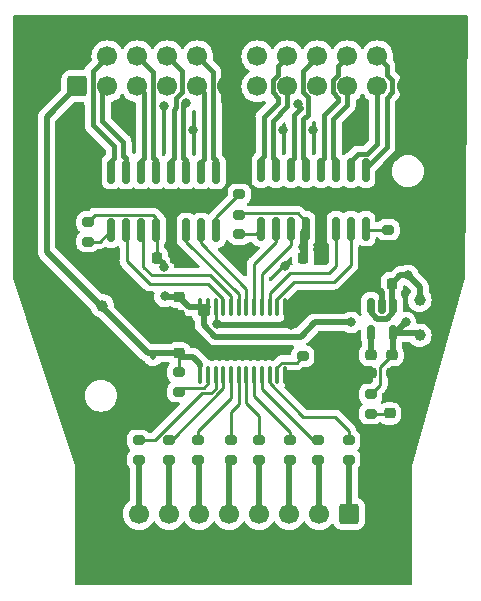
<source format=gtl>
G04 #@! TF.GenerationSoftware,KiCad,Pcbnew,7.0.1*
G04 #@! TF.CreationDate,2023-03-18T02:10:12+02:00*
G04 #@! TF.ProjectId,probe-pcb,70726f62-652d-4706-9362-2e6b69636164,rev?*
G04 #@! TF.SameCoordinates,Original*
G04 #@! TF.FileFunction,Copper,L1,Top*
G04 #@! TF.FilePolarity,Positive*
%FSLAX46Y46*%
G04 Gerber Fmt 4.6, Leading zero omitted, Abs format (unit mm)*
G04 Created by KiCad (PCBNEW 7.0.1) date 2023-03-18 02:10:12*
%MOMM*%
%LPD*%
G01*
G04 APERTURE LIST*
G04 Aperture macros list*
%AMRoundRect*
0 Rectangle with rounded corners*
0 $1 Rounding radius*
0 $2 $3 $4 $5 $6 $7 $8 $9 X,Y pos of 4 corners*
0 Add a 4 corners polygon primitive as box body*
4,1,4,$2,$3,$4,$5,$6,$7,$8,$9,$2,$3,0*
0 Add four circle primitives for the rounded corners*
1,1,$1+$1,$2,$3*
1,1,$1+$1,$4,$5*
1,1,$1+$1,$6,$7*
1,1,$1+$1,$8,$9*
0 Add four rect primitives between the rounded corners*
20,1,$1+$1,$2,$3,$4,$5,0*
20,1,$1+$1,$4,$5,$6,$7,0*
20,1,$1+$1,$6,$7,$8,$9,0*
20,1,$1+$1,$8,$9,$2,$3,0*%
G04 Aperture macros list end*
G04 #@! TA.AperFunction,SMDPad,CuDef*
%ADD10RoundRect,0.225000X0.225000X0.250000X-0.225000X0.250000X-0.225000X-0.250000X0.225000X-0.250000X0*%
G04 #@! TD*
G04 #@! TA.AperFunction,SMDPad,CuDef*
%ADD11RoundRect,0.200000X0.275000X-0.200000X0.275000X0.200000X-0.275000X0.200000X-0.275000X-0.200000X0*%
G04 #@! TD*
G04 #@! TA.AperFunction,SMDPad,CuDef*
%ADD12RoundRect,0.225000X-0.250000X0.225000X-0.250000X-0.225000X0.250000X-0.225000X0.250000X0.225000X0*%
G04 #@! TD*
G04 #@! TA.AperFunction,SMDPad,CuDef*
%ADD13RoundRect,0.150000X0.150000X-0.825000X0.150000X0.825000X-0.150000X0.825000X-0.150000X-0.825000X0*%
G04 #@! TD*
G04 #@! TA.AperFunction,SMDPad,CuDef*
%ADD14RoundRect,0.218750X-0.256250X0.218750X-0.256250X-0.218750X0.256250X-0.218750X0.256250X0.218750X0*%
G04 #@! TD*
G04 #@! TA.AperFunction,SMDPad,CuDef*
%ADD15RoundRect,0.200000X-0.275000X0.200000X-0.275000X-0.200000X0.275000X-0.200000X0.275000X0.200000X0*%
G04 #@! TD*
G04 #@! TA.AperFunction,SMDPad,CuDef*
%ADD16C,1.000000*%
G04 #@! TD*
G04 #@! TA.AperFunction,SMDPad,CuDef*
%ADD17RoundRect,0.112500X0.112500X-0.187500X0.112500X0.187500X-0.112500X0.187500X-0.112500X-0.187500X0*%
G04 #@! TD*
G04 #@! TA.AperFunction,ComponentPad*
%ADD18RoundRect,0.250000X-0.600000X0.600000X-0.600000X-0.600000X0.600000X-0.600000X0.600000X0.600000X0*%
G04 #@! TD*
G04 #@! TA.AperFunction,ComponentPad*
%ADD19C,1.700000*%
G04 #@! TD*
G04 #@! TA.AperFunction,SMDPad,CuDef*
%ADD20RoundRect,0.225000X-0.225000X-0.250000X0.225000X-0.250000X0.225000X0.250000X-0.225000X0.250000X0*%
G04 #@! TD*
G04 #@! TA.AperFunction,SMDPad,CuDef*
%ADD21RoundRect,0.100000X0.100000X-0.637500X0.100000X0.637500X-0.100000X0.637500X-0.100000X-0.637500X0*%
G04 #@! TD*
G04 #@! TA.AperFunction,ComponentPad*
%ADD22RoundRect,0.250000X0.600000X-0.600000X0.600000X0.600000X-0.600000X0.600000X-0.600000X-0.600000X0*%
G04 #@! TD*
G04 #@! TA.AperFunction,SMDPad,CuDef*
%ADD23RoundRect,0.150000X-0.150000X0.512500X-0.150000X-0.512500X0.150000X-0.512500X0.150000X0.512500X0*%
G04 #@! TD*
G04 #@! TA.AperFunction,SMDPad,CuDef*
%ADD24RoundRect,0.225000X0.250000X-0.225000X0.250000X0.225000X-0.250000X0.225000X-0.250000X-0.225000X0*%
G04 #@! TD*
G04 #@! TA.AperFunction,ViaPad*
%ADD25C,0.800000*%
G04 #@! TD*
G04 #@! TA.AperFunction,Conductor*
%ADD26C,0.500000*%
G04 #@! TD*
G04 #@! TA.AperFunction,Conductor*
%ADD27C,0.250000*%
G04 #@! TD*
G04 #@! TA.AperFunction,Conductor*
%ADD28C,0.400000*%
G04 #@! TD*
G04 APERTURE END LIST*
D10*
G04 #@! TO.P,C4,1*
G04 #@! TO.N,+4V*
X126075000Y-76987500D03*
G04 #@! TO.P,C4,2*
G04 #@! TO.N,GND*
X124525000Y-76987500D03*
G04 #@! TD*
D11*
G04 #@! TO.P,R8,1*
G04 #@! TO.N,/D1*
X119850000Y-91875000D03*
G04 #@! TO.P,R8,2*
G04 #@! TO.N,Net-(U1-A7)*
X119850000Y-90225000D03*
G04 #@! TD*
D12*
G04 #@! TO.P,C3,1*
G04 #@! TO.N,Net-(U3-BP)*
X124300000Y-83012500D03*
G04 #@! TO.P,C3,2*
G04 #@! TO.N,GND*
X124300000Y-84562500D03*
G04 #@! TD*
D11*
G04 #@! TO.P,R11,1*
G04 #@! TO.N,Net-(U1-Dir1)*
X108050000Y-86125000D03*
G04 #@! TO.P,R11,2*
G04 #@! TO.N,VCC*
X108050000Y-84475000D03*
G04 #@! TD*
D13*
G04 #@! TO.P,U4,1,EN*
G04 #@! TO.N,Net-(U4-EN)*
X115005000Y-72325000D03*
G04 #@! TO.P,U4,2,DI1*
G04 #@! TO.N,Net-(U1-B5)*
X116275000Y-72325000D03*
G04 #@! TO.P,U4,3,DI2*
G04 #@! TO.N,Net-(U1-B6)*
X117545000Y-72325000D03*
G04 #@! TO.P,U4,4,VCC*
G04 #@! TO.N,+3V3*
X118815000Y-72325000D03*
G04 #@! TO.P,U4,5,GND*
G04 #@! TO.N,GND*
X120085000Y-72325000D03*
G04 #@! TO.P,U4,6,DI3*
G04 #@! TO.N,Net-(U1-B7)*
X121355000Y-72325000D03*
G04 #@! TO.P,U4,7,DI4*
G04 #@! TO.N,Net-(U1-B8)*
X122625000Y-72325000D03*
G04 #@! TO.P,U4,8,EN\u002A*
G04 #@! TO.N,Net-(U4-EN\u002A)*
X123895000Y-72325000D03*
G04 #@! TO.P,U4,9,DO-4*
G04 #@! TO.N,/D0_N*
X123895000Y-67375000D03*
G04 #@! TO.P,U4,10,DO+4*
G04 #@! TO.N,/D0_P*
X122625000Y-67375000D03*
G04 #@! TO.P,U4,11,DO+3*
G04 #@! TO.N,/D1_P*
X121355000Y-67375000D03*
G04 #@! TO.P,U4,12,DO-3*
G04 #@! TO.N,/D1_N*
X120085000Y-67375000D03*
G04 #@! TO.P,U4,13,DO-2*
G04 #@! TO.N,/D2_N*
X118815000Y-67375000D03*
G04 #@! TO.P,U4,14,DO+2*
G04 #@! TO.N,/D2_P*
X117545000Y-67375000D03*
G04 #@! TO.P,U4,15,DO+1*
G04 #@! TO.N,/D3_P*
X116275000Y-67375000D03*
G04 #@! TO.P,U4,16,DO-1*
G04 #@! TO.N,/D3_N*
X115005000Y-67375000D03*
G04 #@! TD*
G04 #@! TO.P,U2,1,EN*
G04 #@! TO.N,Net-(U2-EN)*
X102310000Y-72450000D03*
G04 #@! TO.P,U2,2,DI1*
G04 #@! TO.N,Net-(U1-B1)*
X103580000Y-72450000D03*
G04 #@! TO.P,U2,3,DI2*
G04 #@! TO.N,Net-(U1-B2)*
X104850000Y-72450000D03*
G04 #@! TO.P,U2,4,VCC*
G04 #@! TO.N,+3V3*
X106120000Y-72450000D03*
G04 #@! TO.P,U2,5,GND*
G04 #@! TO.N,GND*
X107390000Y-72450000D03*
G04 #@! TO.P,U2,6,DI3*
G04 #@! TO.N,Net-(U1-B3)*
X108660000Y-72450000D03*
G04 #@! TO.P,U2,7,DI4*
G04 #@! TO.N,Net-(U1-B4)*
X109930000Y-72450000D03*
G04 #@! TO.P,U2,8,EN\u002A*
G04 #@! TO.N,Net-(U2-EN\u002A)*
X111200000Y-72450000D03*
G04 #@! TO.P,U2,9,DO-4*
G04 #@! TO.N,/D4_N*
X111200000Y-67500000D03*
G04 #@! TO.P,U2,10,DO+4*
G04 #@! TO.N,/D4_P*
X109930000Y-67500000D03*
G04 #@! TO.P,U2,11,DO+3*
G04 #@! TO.N,/D5_P*
X108660000Y-67500000D03*
G04 #@! TO.P,U2,12,DO-3*
G04 #@! TO.N,/D5_N*
X107390000Y-67500000D03*
G04 #@! TO.P,U2,13,DO-2*
G04 #@! TO.N,/D6_N*
X106120000Y-67500000D03*
G04 #@! TO.P,U2,14,DO+2*
G04 #@! TO.N,/D6_P*
X104850000Y-67500000D03*
G04 #@! TO.P,U2,15,DO+1*
G04 #@! TO.N,/D7_P*
X103580000Y-67500000D03*
G04 #@! TO.P,U2,16,DO-1*
G04 #@! TO.N,/D7_N*
X102310000Y-67500000D03*
G04 #@! TD*
D14*
G04 #@! TO.P,D2,1,K*
G04 #@! TO.N,GND*
X125900000Y-86387500D03*
G04 #@! TO.P,D2,2,A*
G04 #@! TO.N,Net-(D2-A)*
X125900000Y-87962500D03*
G04 #@! TD*
D11*
G04 #@! TO.P,R5,1*
G04 #@! TO.N,/D4*
X112450000Y-91875000D03*
G04 #@! TO.P,R5,2*
G04 #@! TO.N,Net-(U1-A4)*
X112450000Y-90225000D03*
G04 #@! TD*
D15*
G04 #@! TO.P,R13,1*
G04 #@! TO.N,GND*
X125755000Y-70750000D03*
G04 #@! TO.P,R13,2*
G04 #@! TO.N,Net-(U4-EN\u002A)*
X125755000Y-72400000D03*
G04 #@! TD*
D16*
G04 #@! TO.P,TP2,1,1*
G04 #@! TO.N,+4V*
X128450000Y-78350000D03*
G04 #@! TD*
D15*
G04 #@! TO.P,R15,1*
G04 #@! TO.N,+3V3*
X124300000Y-86325000D03*
G04 #@! TO.P,R15,2*
G04 #@! TO.N,Net-(D2-A)*
X124300000Y-87975000D03*
G04 #@! TD*
D16*
G04 #@! TO.P,TP4,1,1*
G04 #@! TO.N,VCC*
X101550000Y-78850000D03*
G04 #@! TD*
G04 #@! TO.P,TP3,1,1*
G04 #@! TO.N,GND*
X129850000Y-73950000D03*
G04 #@! TD*
D11*
G04 #@! TO.P,R9,1*
G04 #@! TO.N,/D0*
X122450000Y-91875000D03*
G04 #@! TO.P,R9,2*
G04 #@! TO.N,Net-(U1-A8)*
X122450000Y-90225000D03*
G04 #@! TD*
D15*
G04 #@! TO.P,R1,1*
G04 #@! TO.N,+3V3*
X100355000Y-71750000D03*
G04 #@! TO.P,R1,2*
G04 #@! TO.N,Net-(U2-EN)*
X100355000Y-73400000D03*
G04 #@! TD*
D11*
G04 #@! TO.P,R6,1*
G04 #@! TO.N,/D3*
X114850000Y-91875000D03*
G04 #@! TO.P,R6,2*
G04 #@! TO.N,Net-(U1-A5)*
X114850000Y-90225000D03*
G04 #@! TD*
D17*
G04 #@! TO.P,D1,1,K*
G04 #@! TO.N,VCC*
X105850000Y-83125000D03*
G04 #@! TO.P,D1,2,A*
G04 #@! TO.N,GND*
X105850000Y-81025000D03*
G04 #@! TD*
D18*
G04 #@! TO.P,J1,1,Pin_1*
G04 #@! TO.N,/D0*
X122470000Y-96450000D03*
D19*
G04 #@! TO.P,J1,2,Pin_2*
G04 #@! TO.N,GND*
X122470000Y-98990000D03*
G04 #@! TO.P,J1,3,Pin_3*
G04 #@! TO.N,/D1*
X119930000Y-96450000D03*
G04 #@! TO.P,J1,4,Pin_4*
G04 #@! TO.N,GND*
X119930000Y-98990000D03*
G04 #@! TO.P,J1,5,Pin_5*
G04 #@! TO.N,/D2*
X117390000Y-96450000D03*
G04 #@! TO.P,J1,6,Pin_6*
G04 #@! TO.N,GND*
X117390000Y-98990000D03*
G04 #@! TO.P,J1,7,Pin_7*
G04 #@! TO.N,/D3*
X114850000Y-96450000D03*
G04 #@! TO.P,J1,8,Pin_8*
G04 #@! TO.N,GND*
X114850000Y-98990000D03*
G04 #@! TO.P,J1,9,Pin_9*
G04 #@! TO.N,/D4*
X112310000Y-96450000D03*
G04 #@! TO.P,J1,10,Pin_10*
G04 #@! TO.N,GND*
X112310000Y-98990000D03*
G04 #@! TO.P,J1,11,Pin_11*
G04 #@! TO.N,/D5*
X109770000Y-96450000D03*
G04 #@! TO.P,J1,12,Pin_12*
G04 #@! TO.N,GND*
X109770000Y-98990000D03*
G04 #@! TO.P,J1,13,Pin_13*
G04 #@! TO.N,/D6*
X107230000Y-96450000D03*
G04 #@! TO.P,J1,14,Pin_14*
G04 #@! TO.N,GND*
X107230000Y-98990000D03*
G04 #@! TO.P,J1,15,Pin_15*
G04 #@! TO.N,/D7*
X104690000Y-96450000D03*
G04 #@! TO.P,J1,16,Pin_16*
G04 #@! TO.N,GND*
X104690000Y-98990000D03*
G04 #@! TD*
D16*
G04 #@! TO.P,TP1,1,1*
G04 #@! TO.N,+3V3*
X128450000Y-81350000D03*
G04 #@! TD*
D11*
G04 #@! TO.P,R4,1*
G04 #@! TO.N,/D5*
X109650000Y-91875000D03*
G04 #@! TO.P,R4,2*
G04 #@! TO.N,Net-(U1-A3)*
X109650000Y-90225000D03*
G04 #@! TD*
D20*
G04 #@! TO.P,C6,1*
G04 #@! TO.N,+3V3*
X106180000Y-74775000D03*
G04 #@! TO.P,C6,2*
G04 #@! TO.N,GND*
X107730000Y-74775000D03*
G04 #@! TD*
D15*
G04 #@! TO.P,R14,1*
G04 #@! TO.N,+3V3*
X113155000Y-71150000D03*
G04 #@! TO.P,R14,2*
G04 #@! TO.N,Net-(U4-EN)*
X113155000Y-72800000D03*
G04 #@! TD*
D11*
G04 #@! TO.P,R2,1*
G04 #@! TO.N,/D7*
X104650000Y-91875000D03*
G04 #@! TO.P,R2,2*
G04 #@! TO.N,Net-(U1-A1)*
X104650000Y-90225000D03*
G04 #@! TD*
D15*
G04 #@! TO.P,R12,1*
G04 #@! TO.N,GND*
X113155000Y-67750000D03*
G04 #@! TO.P,R12,2*
G04 #@! TO.N,Net-(U2-EN\u002A)*
X113155000Y-69400000D03*
G04 #@! TD*
D21*
G04 #@! TO.P,U1,1,VCCA*
G04 #@! TO.N,VCC*
X109875000Y-84712500D03*
G04 #@! TO.P,U1,2,Dir1*
G04 #@! TO.N,Net-(U1-Dir1)*
X110525000Y-84712500D03*
G04 #@! TO.P,U1,3,A1*
G04 #@! TO.N,Net-(U1-A1)*
X111175000Y-84712500D03*
G04 #@! TO.P,U1,4,A2*
G04 #@! TO.N,Net-(U1-A2)*
X111825000Y-84712500D03*
G04 #@! TO.P,U1,5,A3*
G04 #@! TO.N,Net-(U1-A3)*
X112475000Y-84712500D03*
G04 #@! TO.P,U1,6,A4*
G04 #@! TO.N,Net-(U1-A4)*
X113125000Y-84712500D03*
G04 #@! TO.P,U1,7,A5*
G04 #@! TO.N,Net-(U1-A5)*
X113775000Y-84712500D03*
G04 #@! TO.P,U1,8,A6*
G04 #@! TO.N,Net-(U1-A6)*
X114425000Y-84712500D03*
G04 #@! TO.P,U1,9,A7*
G04 #@! TO.N,Net-(U1-A7)*
X115075000Y-84712500D03*
G04 #@! TO.P,U1,10,A8*
G04 #@! TO.N,Net-(U1-A8)*
X115725000Y-84712500D03*
G04 #@! TO.P,U1,11,Dir2*
G04 #@! TO.N,Net-(U1-Dir2)*
X116375000Y-84712500D03*
G04 #@! TO.P,U1,12,GND*
G04 #@! TO.N,GND*
X117025000Y-84712500D03*
G04 #@! TO.P,U1,13,GND*
X117025000Y-78987500D03*
G04 #@! TO.P,U1,14,B8*
G04 #@! TO.N,Net-(U1-B8)*
X116375000Y-78987500D03*
G04 #@! TO.P,U1,15,B7*
G04 #@! TO.N,Net-(U1-B7)*
X115725000Y-78987500D03*
G04 #@! TO.P,U1,16,B6*
G04 #@! TO.N,Net-(U1-B6)*
X115075000Y-78987500D03*
G04 #@! TO.P,U1,17,B5*
G04 #@! TO.N,Net-(U1-B5)*
X114425000Y-78987500D03*
G04 #@! TO.P,U1,18,B4*
G04 #@! TO.N,Net-(U1-B4)*
X113775000Y-78987500D03*
G04 #@! TO.P,U1,19,B3*
G04 #@! TO.N,Net-(U1-B3)*
X113125000Y-78987500D03*
G04 #@! TO.P,U1,20,B2*
G04 #@! TO.N,Net-(U1-B2)*
X112475000Y-78987500D03*
G04 #@! TO.P,U1,21,B1*
G04 #@! TO.N,Net-(U1-B1)*
X111825000Y-78987500D03*
G04 #@! TO.P,U1,22,/OE*
G04 #@! TO.N,GND*
X111175000Y-78987500D03*
G04 #@! TO.P,U1,23,VCCB*
G04 #@! TO.N,+3V3*
X110525000Y-78987500D03*
G04 #@! TO.P,U1,24,VCCB*
X109875000Y-78987500D03*
G04 #@! TD*
D12*
G04 #@! TO.P,C2,1*
G04 #@! TO.N,+3V3*
X108050000Y-78100000D03*
G04 #@! TO.P,C2,2*
G04 #@! TO.N,GND*
X108050000Y-79650000D03*
G04 #@! TD*
D22*
G04 #@! TO.P,J2,1,Pin_1*
G04 #@! TO.N,VCC*
X99458000Y-60259000D03*
D19*
G04 #@! TO.P,J2,2,Pin_2*
G04 #@! TO.N,GND*
X99458000Y-57719000D03*
G04 #@! TO.P,J2,3,Pin_3*
G04 #@! TO.N,/D7_P*
X101998000Y-60259000D03*
G04 #@! TO.P,J2,4,Pin_4*
G04 #@! TO.N,/D7_N*
X101998000Y-57719000D03*
G04 #@! TO.P,J2,5,Pin_5*
G04 #@! TO.N,/D6_P*
X104538000Y-60259000D03*
G04 #@! TO.P,J2,6,Pin_6*
G04 #@! TO.N,/D6_N*
X104538000Y-57719000D03*
G04 #@! TO.P,J2,7,Pin_7*
G04 #@! TO.N,/D5_P*
X107078000Y-60259000D03*
G04 #@! TO.P,J2,8,Pin_8*
G04 #@! TO.N,/D5_N*
X107078000Y-57719000D03*
G04 #@! TO.P,J2,9,Pin_9*
G04 #@! TO.N,/D4_P*
X109618000Y-60259000D03*
G04 #@! TO.P,J2,10,Pin_10*
G04 #@! TO.N,/D4_N*
X109618000Y-57719000D03*
G04 #@! TO.P,J2,11,Pin_11*
G04 #@! TO.N,GND*
X112158000Y-60259000D03*
G04 #@! TO.P,J2,12,Pin_12*
X112158000Y-57719000D03*
G04 #@! TO.P,J2,13,Pin_13*
G04 #@! TO.N,+4V*
X114698000Y-60259000D03*
G04 #@! TO.P,J2,14,Pin_14*
X114698000Y-57719000D03*
G04 #@! TO.P,J2,15,Pin_15*
G04 #@! TO.N,/D3_P*
X117238000Y-60259000D03*
G04 #@! TO.P,J2,16,Pin_16*
G04 #@! TO.N,/D3_N*
X117238000Y-57719000D03*
G04 #@! TO.P,J2,17,Pin_17*
G04 #@! TO.N,/D2_P*
X119778000Y-60259000D03*
G04 #@! TO.P,J2,18,Pin_18*
G04 #@! TO.N,/D2_N*
X119778000Y-57719000D03*
G04 #@! TO.P,J2,19,Pin_19*
G04 #@! TO.N,/D1_P*
X122318000Y-60259000D03*
G04 #@! TO.P,J2,20,Pin_20*
G04 #@! TO.N,/D1_N*
X122318000Y-57719000D03*
G04 #@! TO.P,J2,21,Pin_21*
G04 #@! TO.N,/D0_P*
X124858000Y-60259000D03*
G04 #@! TO.P,J2,22,Pin_22*
G04 #@! TO.N,/D0_N*
X124858000Y-57719000D03*
G04 #@! TO.P,J2,23,Pin_23*
G04 #@! TO.N,GND*
X127398000Y-60259000D03*
G04 #@! TO.P,J2,24,Pin_24*
X127398000Y-57719000D03*
G04 #@! TD*
D11*
G04 #@! TO.P,R10,1*
G04 #@! TO.N,GND*
X118550000Y-84775000D03*
G04 #@! TO.P,R10,2*
G04 #@! TO.N,Net-(U1-Dir2)*
X118550000Y-83125000D03*
G04 #@! TD*
G04 #@! TO.P,R3,1*
G04 #@! TO.N,/D6*
X107250000Y-91875000D03*
G04 #@! TO.P,R3,2*
G04 #@! TO.N,Net-(U1-A2)*
X107250000Y-90225000D03*
G04 #@! TD*
D23*
G04 #@! TO.P,U3,1,IN*
G04 #@! TO.N,+4V*
X126200000Y-78850000D03*
G04 #@! TO.P,U3,2,GND*
G04 #@! TO.N,GND*
X125250000Y-78850000D03*
G04 #@! TO.P,U3,3,EN*
G04 #@! TO.N,+4V*
X124300000Y-78850000D03*
G04 #@! TO.P,U3,4,BP*
G04 #@! TO.N,Net-(U3-BP)*
X124300000Y-81125000D03*
G04 #@! TO.P,U3,5,OUT*
G04 #@! TO.N,+3V3*
X126200000Y-81125000D03*
G04 #@! TD*
D12*
G04 #@! TO.P,C5,1*
G04 #@! TO.N,+3V3*
X126100000Y-83012500D03*
G04 #@! TO.P,C5,2*
G04 #@! TO.N,GND*
X126100000Y-84562500D03*
G04 #@! TD*
D11*
G04 #@! TO.P,R7,1*
G04 #@! TO.N,/D2*
X117450000Y-91875000D03*
G04 #@! TO.P,R7,2*
G04 #@! TO.N,Net-(U1-A6)*
X117450000Y-90225000D03*
G04 #@! TD*
D20*
G04 #@! TO.P,C7,1*
G04 #@! TO.N,+3V3*
X118580000Y-74775000D03*
G04 #@! TO.P,C7,2*
G04 #@! TO.N,GND*
X120130000Y-74775000D03*
G04 #@! TD*
D24*
G04 #@! TO.P,C1,1*
G04 #@! TO.N,VCC*
X108050000Y-82850000D03*
G04 #@! TO.P,C1,2*
G04 #@! TO.N,GND*
X108050000Y-81300000D03*
G04 #@! TD*
D25*
G04 #@! TO.N,GND*
X119550000Y-77950000D03*
X131250000Y-56050000D03*
X106350000Y-87250000D03*
X123350000Y-76750000D03*
X95850000Y-55650000D03*
X129950000Y-75950000D03*
X104550000Y-78050000D03*
X103903000Y-63561000D03*
X109237000Y-63942000D03*
X99750000Y-68950000D03*
X103150000Y-83450000D03*
X116857000Y-63942000D03*
X107350000Y-71050000D03*
X102250000Y-76050000D03*
X105850000Y-80450000D03*
X120050000Y-70750000D03*
X123850000Y-74850000D03*
X127050000Y-85550000D03*
X108550000Y-75000000D03*
X119397000Y-63942000D03*
X118150000Y-69250000D03*
X123050000Y-84750000D03*
X108150000Y-80450000D03*
X122572000Y-63942000D03*
X123250000Y-69150000D03*
X113150000Y-66750000D03*
X103150000Y-69450000D03*
X108150000Y-69350000D03*
X115650000Y-69250000D03*
X97850000Y-77850000D03*
X111250000Y-80350000D03*
X113047000Y-63942000D03*
X105650000Y-69450000D03*
X112500000Y-74500000D03*
X117000000Y-75500000D03*
X110650000Y-69350000D03*
X120750000Y-69250000D03*
X106824000Y-61910000D03*
X127850000Y-73450000D03*
X117550000Y-80450000D03*
X127850000Y-62150000D03*
X118550000Y-85650000D03*
G04 #@! TO.N,+3V3*
X106750000Y-75550000D03*
X122650000Y-80250000D03*
X127250000Y-80250000D03*
X118550000Y-73850000D03*
X106850000Y-78050000D03*
G04 #@! TO.N,+4V*
X127450000Y-76250000D03*
G04 #@! TO.N,/D2_P*
X118152657Y-61783000D03*
G04 #@! TO.N,/D5_P*
X108624500Y-61636036D03*
G04 #@! TD*
D26*
G04 #@! TO.N,VCC*
X105450000Y-82850000D02*
X108050000Y-82850000D01*
X108350000Y-83150000D02*
X109250000Y-83150000D01*
D27*
X108050000Y-84475000D02*
X108050000Y-82850000D01*
D26*
X108050000Y-82850000D02*
X108350000Y-83150000D01*
D27*
X108050000Y-82850000D02*
X106125000Y-82850000D01*
D26*
X109250000Y-83150000D02*
X109875000Y-83775000D01*
X99458000Y-60259000D02*
X96850000Y-62867000D01*
X96850000Y-62867000D02*
X96850000Y-74250000D01*
X96850000Y-74250000D02*
X105450000Y-82850000D01*
D27*
X106125000Y-82850000D02*
X105850000Y-83125000D01*
D26*
X109875000Y-83775000D02*
X109875000Y-83950000D01*
D27*
X109875000Y-83950000D02*
X109875000Y-84712500D01*
G04 #@! TO.N,GND*
X108050000Y-80550000D02*
X108150000Y-80450000D01*
D26*
X125250000Y-77712500D02*
X124525000Y-76987500D01*
D27*
X107390000Y-71090000D02*
X107350000Y-71050000D01*
X118550000Y-84775000D02*
X118550000Y-85650000D01*
X117025000Y-79925000D02*
X117550000Y-80450000D01*
X108050000Y-81300000D02*
X108050000Y-80550000D01*
X120085000Y-72325000D02*
X120085000Y-74730000D01*
X120085000Y-70785000D02*
X120050000Y-70750000D01*
X108050000Y-80350000D02*
X108150000Y-80450000D01*
X113155000Y-67750000D02*
X113155000Y-66755000D01*
X108050000Y-79650000D02*
X108050000Y-80350000D01*
X107390000Y-74435000D02*
X107730000Y-74775000D01*
X108550000Y-75000000D02*
X107955000Y-75000000D01*
X117025000Y-78987500D02*
X117025000Y-79925000D01*
X113155000Y-66755000D02*
X113150000Y-66750000D01*
X107390000Y-72450000D02*
X107390000Y-74435000D01*
X120085000Y-72325000D02*
X120085000Y-70785000D01*
X105850000Y-81025000D02*
X105850000Y-80450000D01*
X120085000Y-74730000D02*
X120130000Y-74775000D01*
X111175000Y-78987500D02*
X111175000Y-80275000D01*
D26*
X125250000Y-78850000D02*
X125250000Y-77712500D01*
D27*
X107390000Y-72450000D02*
X107390000Y-71090000D01*
X107955000Y-75000000D02*
X107730000Y-74775000D01*
X111175000Y-80275000D02*
X111250000Y-80350000D01*
G04 #@! TO.N,+3V3*
X118815000Y-72325000D02*
X118815000Y-74540000D01*
D26*
X110150000Y-78950000D02*
X108900000Y-78950000D01*
X106750000Y-75345000D02*
X106180000Y-74775000D01*
X108050000Y-78100000D02*
X106900000Y-78100000D01*
X118350000Y-81450000D02*
X111147918Y-81450000D01*
D27*
X106180000Y-72510000D02*
X106120000Y-72450000D01*
D26*
X110150000Y-78950000D02*
X109912500Y-78950000D01*
D27*
X113280000Y-71025000D02*
X118125000Y-71025000D01*
D26*
X119550000Y-80250000D02*
X118350000Y-81450000D01*
X126200000Y-82912500D02*
X126100000Y-83012500D01*
X110150000Y-80452082D02*
X110150000Y-78950000D01*
X126200000Y-81125000D02*
X126375000Y-81125000D01*
X126375000Y-81125000D02*
X127250000Y-80250000D01*
X118550000Y-72590000D02*
X118815000Y-72325000D01*
D27*
X125100000Y-84012500D02*
X126100000Y-83012500D01*
D26*
X126200000Y-81125000D02*
X126200000Y-82912500D01*
X128225000Y-81125000D02*
X128450000Y-81350000D01*
D27*
X100355000Y-71750000D02*
X100955000Y-71150000D01*
X124300000Y-86325000D02*
X125100000Y-85525000D01*
D26*
X106750000Y-75550000D02*
X106750000Y-75345000D01*
D27*
X113155000Y-71150000D02*
X113280000Y-71025000D01*
X118125000Y-71025000D02*
X118815000Y-71715000D01*
X100955000Y-71150000D02*
X105850000Y-71150000D01*
X118815000Y-71715000D02*
X118815000Y-72325000D01*
X106180000Y-74775000D02*
X106180000Y-72510000D01*
X105850000Y-71150000D02*
X106120000Y-71420000D01*
D26*
X118550000Y-73850000D02*
X118550000Y-74745000D01*
X122650000Y-80250000D02*
X119550000Y-80250000D01*
X109912500Y-78950000D02*
X109875000Y-78987500D01*
D27*
X106120000Y-71420000D02*
X106120000Y-72450000D01*
D26*
X118550000Y-73850000D02*
X118550000Y-72590000D01*
X118550000Y-74745000D02*
X118580000Y-74775000D01*
X126200000Y-81125000D02*
X128225000Y-81125000D01*
X108900000Y-78950000D02*
X108050000Y-78100000D01*
X109875000Y-78987500D02*
X110525000Y-78987500D01*
D27*
X125100000Y-85525000D02*
X125100000Y-84012500D01*
D26*
X106900000Y-78100000D02*
X106850000Y-78050000D01*
X111147918Y-81450000D02*
X110150000Y-80452082D01*
D27*
X118815000Y-74540000D02*
X118580000Y-74775000D01*
D26*
G04 #@! TO.N,Net-(U3-BP)*
X124300000Y-81125000D02*
X124300000Y-83012500D01*
G04 #@! TO.N,+4V*
X124851472Y-79962500D02*
X125648528Y-79962500D01*
X125648528Y-79962500D02*
X126200000Y-79411028D01*
X126200000Y-79411028D02*
X126200000Y-78850000D01*
X124300000Y-79411028D02*
X124851472Y-79962500D01*
X124300000Y-78850000D02*
X124300000Y-79411028D01*
X126075000Y-78725000D02*
X126200000Y-78850000D01*
X127450000Y-76250000D02*
X126812500Y-76250000D01*
X126812500Y-76250000D02*
X126075000Y-76987500D01*
X128450000Y-77250000D02*
X127450000Y-76250000D01*
X126075000Y-76987500D02*
X126075000Y-78725000D01*
X128450000Y-78350000D02*
X128450000Y-77250000D01*
G04 #@! TO.N,/D7*
X104690000Y-91915000D02*
X104650000Y-91875000D01*
X104690000Y-96450000D02*
X104690000Y-91915000D01*
G04 #@! TO.N,/D6*
X107230000Y-91895000D02*
X107250000Y-91875000D01*
X107230000Y-96450000D02*
X107230000Y-91895000D01*
G04 #@! TO.N,/D5*
X109770000Y-96450000D02*
X109770000Y-91995000D01*
X109770000Y-91995000D02*
X109650000Y-91875000D01*
G04 #@! TO.N,/D4*
X112310000Y-92015000D02*
X112450000Y-91875000D01*
X112310000Y-96450000D02*
X112310000Y-92015000D01*
G04 #@! TO.N,/D3*
X114850000Y-96450000D02*
X114850000Y-91875000D01*
G04 #@! TO.N,/D2*
X117390000Y-91935000D02*
X117450000Y-91875000D01*
X117390000Y-96450000D02*
X117390000Y-91935000D01*
G04 #@! TO.N,/D1*
X119930000Y-91955000D02*
X119850000Y-91875000D01*
X119930000Y-96450000D02*
X119930000Y-91955000D01*
G04 #@! TO.N,/D0*
X122470000Y-96450000D02*
X122470000Y-91895000D01*
X122470000Y-91895000D02*
X122450000Y-91875000D01*
D28*
G04 #@! TO.N,/D0_P*
X124858000Y-65142000D02*
X124858000Y-60259000D01*
X122625000Y-66556000D02*
X123181000Y-66000000D01*
X123181000Y-66000000D02*
X124000000Y-66000000D01*
X122625000Y-67375000D02*
X122625000Y-66556000D01*
X124000000Y-66000000D02*
X124858000Y-65142000D01*
G04 #@! TO.N,/D0_N*
X125658000Y-65428000D02*
X125658000Y-61226767D01*
X126108000Y-59741233D02*
X125658000Y-59291233D01*
X125658000Y-61226767D02*
X126108000Y-60776767D01*
X123895000Y-67375000D02*
X123895000Y-67191000D01*
X125658000Y-58519000D02*
X124858000Y-57719000D01*
X125658000Y-59291233D02*
X125658000Y-58519000D01*
X126108000Y-60776767D02*
X126108000Y-59741233D01*
X123895000Y-67191000D02*
X125658000Y-65428000D01*
G04 #@! TO.N,/D1_P*
X121120000Y-66300000D02*
X121120000Y-63038686D01*
X121355000Y-67375000D02*
X121355000Y-66535000D01*
X122318000Y-61840686D02*
X122318000Y-60259000D01*
X121120000Y-63038686D02*
X122318000Y-61840686D01*
X121355000Y-66535000D02*
X121120000Y-66300000D01*
G04 #@! TO.N,/D1_N*
X121068000Y-59741233D02*
X121518000Y-59291233D01*
X121518000Y-58519000D02*
X122318000Y-57719000D01*
X121518000Y-61226767D02*
X121068000Y-60776767D01*
X120085000Y-66556000D02*
X120320000Y-66321000D01*
X121068000Y-60776767D02*
X121068000Y-59741233D01*
X121518000Y-59291233D02*
X121518000Y-58519000D01*
X120085000Y-67375000D02*
X120085000Y-66556000D01*
X120320000Y-66321000D02*
X120320000Y-62707314D01*
X121518000Y-61509314D02*
X121518000Y-61226767D01*
X120320000Y-62707314D02*
X121518000Y-61509314D01*
G04 #@! TO.N,/D2_P*
X118352157Y-62135157D02*
X118152657Y-61935657D01*
X117545000Y-67375000D02*
X117545000Y-66556000D01*
X118152657Y-61935657D02*
X118152657Y-61783000D01*
X117780000Y-66321000D02*
X117780000Y-62707314D01*
X117545000Y-66556000D02*
X117780000Y-66321000D01*
X117780000Y-62707314D02*
X118352157Y-62135157D01*
G04 #@! TO.N,/D2_N*
X118528000Y-58969000D02*
X119778000Y-57719000D01*
X118580000Y-63038686D02*
X118952157Y-62666529D01*
X118952157Y-62666529D02*
X118952157Y-61200924D01*
X118815000Y-66535000D02*
X118580000Y-66300000D01*
X118815000Y-67375000D02*
X118815000Y-66535000D01*
X118580000Y-66300000D02*
X118580000Y-63038686D01*
X118528000Y-60776767D02*
X118528000Y-58969000D01*
X118952157Y-61200924D02*
X118528000Y-60776767D01*
G04 #@! TO.N,/D3_P*
X116275000Y-66535000D02*
X116040000Y-66300000D01*
X116275000Y-67375000D02*
X116275000Y-66535000D01*
X117238000Y-61967686D02*
X117238000Y-60259000D01*
X116040000Y-63165686D02*
X117238000Y-61967686D01*
X116040000Y-66300000D02*
X116040000Y-63165686D01*
G04 #@! TO.N,/D3_N*
X115988000Y-59741233D02*
X116438000Y-59291233D01*
X116438000Y-61636314D02*
X116438000Y-61226767D01*
X116438000Y-61226767D02*
X115988000Y-60776767D01*
X115005000Y-67375000D02*
X115005000Y-66429000D01*
X115240000Y-66194000D02*
X115240000Y-62834314D01*
X115005000Y-66429000D02*
X115240000Y-66194000D01*
X116438000Y-59291233D02*
X116438000Y-58519000D01*
X115240000Y-62834314D02*
X116438000Y-61636314D01*
X115988000Y-60776767D02*
X115988000Y-59741233D01*
X116438000Y-58519000D02*
X117238000Y-57719000D01*
G04 #@! TO.N,/D4_P*
X109930000Y-66678000D02*
X110165000Y-66443000D01*
X110165000Y-60806000D02*
X109618000Y-60259000D01*
X110165000Y-66443000D02*
X110165000Y-60806000D01*
X109930000Y-67500000D02*
X109930000Y-66678000D01*
G04 #@! TO.N,/D4_N*
X110965000Y-61707091D02*
X110908000Y-61650091D01*
X110965000Y-66305000D02*
X110965000Y-61707091D01*
X110908000Y-59009000D02*
X109618000Y-57719000D01*
X110908000Y-61650091D02*
X110908000Y-59009000D01*
X111200000Y-66540000D02*
X110965000Y-66305000D01*
X111200000Y-67500000D02*
X111200000Y-66540000D01*
G04 #@! TO.N,/D5_P*
X108660000Y-66540000D02*
X108425000Y-66305000D01*
X108425000Y-66305000D02*
X108425000Y-61835536D01*
X108660000Y-67500000D02*
X108660000Y-66540000D01*
X108425000Y-61835536D02*
X108624500Y-61636036D01*
G04 #@! TO.N,/D5_N*
X108328000Y-58969000D02*
X107078000Y-57719000D01*
X108328000Y-60776767D02*
X108328000Y-58969000D01*
X107625000Y-62252000D02*
X107825000Y-62052000D01*
X107625000Y-66316000D02*
X107625000Y-62252000D01*
X107825000Y-62052000D02*
X107825000Y-61279767D01*
X107390000Y-66551000D02*
X107625000Y-66316000D01*
X107390000Y-67500000D02*
X107390000Y-66551000D01*
X107825000Y-61279767D02*
X108328000Y-60776767D01*
G04 #@! TO.N,/D6_P*
X104919000Y-67431000D02*
X104850000Y-67500000D01*
X104919000Y-66482000D02*
X104919000Y-67431000D01*
X105085000Y-66316000D02*
X105085000Y-60806000D01*
X104919000Y-66482000D02*
X105085000Y-66316000D01*
X105085000Y-60806000D02*
X104538000Y-60259000D01*
G04 #@! TO.N,/D6_N*
X106120000Y-67500000D02*
X106120000Y-66540000D01*
X106120000Y-66540000D02*
X105885000Y-66305000D01*
X105828000Y-61544255D02*
X105828000Y-59009000D01*
X105885000Y-61601255D02*
X105828000Y-61544255D01*
X105828000Y-59009000D02*
X104538000Y-57719000D01*
X105885000Y-66305000D02*
X105885000Y-61601255D01*
G04 #@! TO.N,/D7_P*
X103580000Y-66355000D02*
X103580000Y-67500000D01*
X103345000Y-66120000D02*
X103345000Y-64977314D01*
X101579617Y-60677383D02*
X101998000Y-60259000D01*
X103345000Y-64977314D02*
X101579617Y-63211931D01*
X103580000Y-66355000D02*
X103345000Y-66120000D01*
X101579617Y-63211931D02*
X101579617Y-60677383D01*
G04 #@! TO.N,/D7_N*
X100779617Y-63543303D02*
X100779617Y-61691169D01*
X100779617Y-61691169D02*
X100748000Y-61659552D01*
X102379000Y-67431000D02*
X102310000Y-67500000D01*
X100748000Y-61659552D02*
X100748000Y-58969000D01*
X102379000Y-66482000D02*
X102545000Y-66316000D01*
X100748000Y-58969000D02*
X101998000Y-57719000D01*
X102379000Y-66482000D02*
X102379000Y-67431000D01*
X102545000Y-66316000D02*
X102545000Y-65308686D01*
X102545000Y-65308686D02*
X100779617Y-63543303D01*
D27*
G04 #@! TO.N,Net-(U2-EN)*
X100355000Y-73400000D02*
X101360000Y-73400000D01*
X101360000Y-73400000D02*
X102310000Y-72450000D01*
G04 #@! TO.N,Net-(U1-A1)*
X111175000Y-85851041D02*
X111175000Y-84712500D01*
X104650000Y-90225000D02*
X106032538Y-90225000D01*
X110801041Y-86225000D02*
X111175000Y-85851041D01*
X110032538Y-86225000D02*
X110801041Y-86225000D01*
X106032538Y-90225000D02*
X110032538Y-86225000D01*
G04 #@! TO.N,Net-(U1-A2)*
X111825000Y-85837437D02*
X107437437Y-90225000D01*
X111825000Y-84712500D02*
X111825000Y-85837437D01*
X107437437Y-90225000D02*
X107250000Y-90225000D01*
G04 #@! TO.N,Net-(U1-A3)*
X109650000Y-90225000D02*
X109650000Y-89486000D01*
X109650000Y-89486000D02*
X112475000Y-86661000D01*
X112475000Y-86661000D02*
X112475000Y-84712500D01*
G04 #@! TO.N,Net-(U1-A4)*
X112450000Y-87829000D02*
X112450000Y-90225000D01*
X113125000Y-84712500D02*
X113125000Y-87154000D01*
X113125000Y-87154000D02*
X112450000Y-87829000D01*
G04 #@! TO.N,Net-(U1-A5)*
X114850000Y-88180000D02*
X114850000Y-90225000D01*
X113775000Y-87105000D02*
X114850000Y-88180000D01*
X113775000Y-84712500D02*
X113775000Y-87105000D01*
G04 #@! TO.N,Net-(U1-A6)*
X114425000Y-84712500D02*
X114425000Y-86485000D01*
X114425000Y-86485000D02*
X117450000Y-89510000D01*
X117450000Y-89510000D02*
X117450000Y-90225000D01*
G04 #@! TO.N,Net-(U1-A7)*
X119411979Y-90225000D02*
X119850000Y-90225000D01*
X115075000Y-84712500D02*
X115075000Y-85888021D01*
X115075000Y-85888021D02*
X119411979Y-90225000D01*
G04 #@! TO.N,Net-(U1-A8)*
X115725000Y-84712500D02*
X115725000Y-85401041D01*
X118573959Y-88250000D02*
X121250000Y-88250000D01*
X122450000Y-89450000D02*
X122450000Y-90225000D01*
X121250000Y-88250000D02*
X122450000Y-89450000D01*
X115725000Y-85401041D02*
X118573959Y-88250000D01*
G04 #@! TO.N,Net-(U1-Dir2)*
X118550000Y-83125000D02*
X118025000Y-83650000D01*
X116748959Y-83650000D02*
X116375000Y-84023959D01*
X116375000Y-84023959D02*
X116375000Y-84712500D01*
X118025000Y-83650000D02*
X116748959Y-83650000D01*
G04 #@! TO.N,Net-(U1-Dir1)*
X108050000Y-86125000D02*
X108400000Y-85775000D01*
X110151041Y-85775000D02*
X110525000Y-85401041D01*
X108400000Y-85775000D02*
X110151041Y-85775000D01*
X110525000Y-85401041D02*
X110525000Y-84712500D01*
G04 #@! TO.N,Net-(U2-EN\u002A)*
X111200000Y-71355000D02*
X111200000Y-72450000D01*
X113155000Y-69400000D02*
X111200000Y-71355000D01*
G04 #@! TO.N,Net-(U4-EN\u002A)*
X123970000Y-72400000D02*
X123895000Y-72325000D01*
X125755000Y-72400000D02*
X123970000Y-72400000D01*
G04 #@! TO.N,Net-(U4-EN)*
X113155000Y-72800000D02*
X114530000Y-72800000D01*
X114530000Y-72800000D02*
X115005000Y-72325000D01*
G04 #@! TO.N,Net-(U1-B8)*
X116375000Y-78987500D02*
X116375000Y-78298959D01*
X122625000Y-75375000D02*
X122625000Y-72325000D01*
X116375000Y-78298959D02*
X117823959Y-76850000D01*
X121150000Y-76850000D02*
X122625000Y-75375000D01*
X117823959Y-76850000D02*
X121150000Y-76850000D01*
G04 #@! TO.N,Net-(U1-B7)*
X115725000Y-78987500D02*
X115725000Y-77775000D01*
X115725000Y-77775000D02*
X117275000Y-76225000D01*
X117475305Y-76050000D02*
X120750000Y-76050000D01*
X121355000Y-75445000D02*
X121355000Y-72325000D01*
X117300305Y-76225000D02*
X117475305Y-76050000D01*
X117275000Y-76225000D02*
X117300305Y-76225000D01*
X120750000Y-76050000D02*
X121355000Y-75445000D01*
G04 #@! TO.N,Net-(U1-B6)*
X115075000Y-78987500D02*
X115075000Y-76175000D01*
X115075000Y-76175000D02*
X117545000Y-73705000D01*
X117545000Y-73705000D02*
X117545000Y-72325000D01*
G04 #@! TO.N,Net-(U1-B5)*
X114425000Y-75325000D02*
X116275000Y-73475000D01*
X116275000Y-73475000D02*
X116275000Y-72325000D01*
X114425000Y-78987500D02*
X114425000Y-75325000D01*
G04 #@! TO.N,Net-(U1-B4)*
X113775000Y-77400000D02*
X109930000Y-73555000D01*
X109930000Y-73555000D02*
X109930000Y-72450000D01*
X113775000Y-78987500D02*
X113775000Y-77400000D01*
G04 #@! TO.N,Net-(U1-B3)*
X113125000Y-77875000D02*
X108660000Y-73410000D01*
X113125000Y-78987500D02*
X113125000Y-77875000D01*
X108660000Y-73410000D02*
X108660000Y-72450000D01*
G04 #@! TO.N,Net-(U1-B2)*
X112475000Y-78011980D02*
X110713020Y-76250000D01*
X105050000Y-75550000D02*
X105050000Y-72650000D01*
X105775000Y-76275000D02*
X105050000Y-75550000D01*
X112475000Y-78987500D02*
X112475000Y-78011980D01*
X105050000Y-72650000D02*
X104850000Y-72450000D01*
X107075305Y-76250000D02*
X107050305Y-76275000D01*
X110713020Y-76250000D02*
X107075305Y-76250000D01*
X107050305Y-76275000D02*
X105775000Y-76275000D01*
G04 #@! TO.N,Net-(U1-B1)*
X103650000Y-72520000D02*
X103580000Y-72450000D01*
X111825000Y-78987500D02*
X111825000Y-78298959D01*
X105600000Y-77000000D02*
X103650000Y-75050000D01*
X103650000Y-75050000D02*
X103650000Y-72520000D01*
X110526041Y-77000000D02*
X105600000Y-77000000D01*
X111825000Y-78298959D02*
X110526041Y-77000000D01*
G04 #@! TO.N,Net-(D2-A)*
X125887500Y-87975000D02*
X125900000Y-87962500D01*
X124300000Y-87975000D02*
X125887500Y-87975000D01*
G04 #@! TD*
G04 #@! TA.AperFunction,Conductor*
G04 #@! TO.N,GND*
G36*
X125300843Y-78847422D02*
G01*
X125341021Y-78902724D01*
X125356457Y-78945134D01*
X125365400Y-78969705D01*
X125366582Y-78973107D01*
X125391730Y-79048994D01*
X125396582Y-79106861D01*
X125374555Y-79160592D01*
X125330481Y-79198403D01*
X125274025Y-79212000D01*
X125224500Y-79212000D01*
X125162500Y-79195387D01*
X125117113Y-79150000D01*
X125100500Y-79088000D01*
X125100500Y-78945134D01*
X125119342Y-78879424D01*
X125170143Y-78833683D01*
X125237463Y-78821813D01*
X125300843Y-78847422D01*
G37*
G04 #@! TD.AperFunction*
G04 #@! TA.AperFunction,Conductor*
G36*
X117578385Y-74704133D02*
G01*
X117615985Y-74748156D01*
X117629500Y-74804451D01*
X117629500Y-75073344D01*
X117639650Y-75172707D01*
X117668538Y-75259883D01*
X117672168Y-75324452D01*
X117642795Y-75382067D01*
X117588407Y-75417057D01*
X117550196Y-75418741D01*
X117550294Y-75421836D01*
X117467449Y-75424439D01*
X117463555Y-75424500D01*
X117435953Y-75424500D01*
X117431958Y-75425004D01*
X117420334Y-75425918D01*
X117376673Y-75427290D01*
X117357434Y-75432880D01*
X117338385Y-75436825D01*
X117318513Y-75439335D01*
X117277898Y-75455415D01*
X117266854Y-75459196D01*
X117224916Y-75471382D01*
X117207669Y-75481581D01*
X117190205Y-75490136D01*
X117171572Y-75497514D01*
X117136231Y-75523189D01*
X117126473Y-75529599D01*
X117088884Y-75551829D01*
X117074715Y-75565998D01*
X117059927Y-75578628D01*
X117043718Y-75590405D01*
X117015877Y-75624058D01*
X117008016Y-75632696D01*
X116966948Y-75673764D01*
X116952154Y-75686400D01*
X116935938Y-75698182D01*
X116926174Y-75704596D01*
X116888580Y-75726829D01*
X116874413Y-75740996D01*
X116859624Y-75753626D01*
X116843413Y-75765404D01*
X116815572Y-75799058D01*
X116807711Y-75807697D01*
X115912181Y-76703228D01*
X115862818Y-76733478D01*
X115805102Y-76738020D01*
X115751615Y-76715865D01*
X115714015Y-76671842D01*
X115700500Y-76615547D01*
X115700500Y-76485452D01*
X115709939Y-76437999D01*
X115736819Y-76397771D01*
X116569404Y-75565186D01*
X117417821Y-74716768D01*
X117467182Y-74686520D01*
X117524898Y-74681978D01*
X117578385Y-74704133D01*
G37*
G04 #@! TD.AperFunction*
G04 #@! TA.AperFunction,Conductor*
G36*
X112184762Y-73235616D02*
G01*
X112230617Y-73279838D01*
X112324528Y-73435186D01*
X112444813Y-73555471D01*
X112444815Y-73555472D01*
X112590394Y-73643478D01*
X112752804Y-73694086D01*
X112799857Y-73698361D01*
X112823383Y-73700500D01*
X112823384Y-73700500D01*
X113486616Y-73700500D01*
X113486617Y-73700500D01*
X113504260Y-73698896D01*
X113557196Y-73694086D01*
X113719606Y-73643478D01*
X113865185Y-73555472D01*
X113885260Y-73535397D01*
X113958839Y-73461819D01*
X113999067Y-73434939D01*
X114046520Y-73425500D01*
X114191459Y-73425500D01*
X114252896Y-73441790D01*
X114298191Y-73486380D01*
X114336916Y-73551862D01*
X114336918Y-73551864D01*
X114336919Y-73551865D01*
X114453135Y-73668081D01*
X114594601Y-73751743D01*
X114594602Y-73751744D01*
X114752427Y-73797597D01*
X114752431Y-73797598D01*
X114776653Y-73799504D01*
X114841766Y-73824254D01*
X114883261Y-73880203D01*
X114888044Y-73949696D01*
X114854606Y-74010803D01*
X114041208Y-74824199D01*
X114025110Y-74837096D01*
X113977096Y-74888225D01*
X113974391Y-74891017D01*
X113954874Y-74910534D01*
X113952415Y-74913705D01*
X113944842Y-74922572D01*
X113914935Y-74954420D01*
X113905285Y-74971974D01*
X113894609Y-74988228D01*
X113882326Y-75004063D01*
X113864975Y-75044158D01*
X113859838Y-75054644D01*
X113838802Y-75092907D01*
X113833821Y-75112309D01*
X113827520Y-75130711D01*
X113819561Y-75149102D01*
X113812728Y-75192242D01*
X113810360Y-75203674D01*
X113799500Y-75245978D01*
X113799500Y-75266016D01*
X113797973Y-75285415D01*
X113794840Y-75305194D01*
X113798950Y-75348675D01*
X113799500Y-75360344D01*
X113799500Y-76240547D01*
X113785985Y-76296842D01*
X113748385Y-76340865D01*
X113694898Y-76363020D01*
X113637182Y-76358478D01*
X113587819Y-76328228D01*
X111391318Y-74131727D01*
X111359394Y-74076766D01*
X111358895Y-74013208D01*
X111389951Y-73957753D01*
X111444404Y-73924970D01*
X111452568Y-73922598D01*
X111452569Y-73922598D01*
X111610398Y-73876744D01*
X111751865Y-73793081D01*
X111868081Y-73676865D01*
X111951744Y-73535398D01*
X111997598Y-73377569D01*
X112000500Y-73340694D01*
X112000500Y-73340691D01*
X112000882Y-73335838D01*
X112002629Y-73335975D01*
X112016864Y-73282421D01*
X112061637Y-73237104D01*
X112123002Y-73219997D01*
X112184762Y-73235616D01*
G37*
G04 #@! TD.AperFunction*
G04 #@! TA.AperFunction,Conductor*
G36*
X109411269Y-62270107D02*
G01*
X109450389Y-62314480D01*
X109464500Y-62371929D01*
X109464500Y-66035115D01*
X109448209Y-66096554D01*
X109403617Y-66141849D01*
X109384334Y-66153252D01*
X109325409Y-66170447D01*
X109265456Y-66157273D01*
X109219168Y-66116959D01*
X109188183Y-66072070D01*
X109167273Y-66053546D01*
X109136424Y-66011622D01*
X109125500Y-65960731D01*
X109125500Y-62448298D01*
X109139015Y-62392003D01*
X109176612Y-62347981D01*
X109230371Y-62308924D01*
X109246265Y-62291272D01*
X109248351Y-62288956D01*
X109297278Y-62255706D01*
X109356042Y-62248907D01*
X109411269Y-62270107D01*
G37*
G04 #@! TD.AperFunction*
G04 #@! TA.AperFunction,Conductor*
G36*
X106741593Y-61567001D02*
G01*
X106842592Y-61594063D01*
X106993713Y-61607285D01*
X107053859Y-61629119D01*
X107095112Y-61678033D01*
X107106487Y-61741000D01*
X107084955Y-61801255D01*
X107062650Y-61833568D01*
X107058213Y-61839597D01*
X107021121Y-61886942D01*
X107016961Y-61896186D01*
X107005941Y-61915725D01*
X107000182Y-61924069D01*
X106978853Y-61980305D01*
X106975989Y-61987219D01*
X106951303Y-62042070D01*
X106949475Y-62052047D01*
X106943454Y-62073648D01*
X106939859Y-62083128D01*
X106932609Y-62142827D01*
X106931483Y-62150226D01*
X106920641Y-62209391D01*
X106924274Y-62269434D01*
X106924500Y-62276921D01*
X106924500Y-65971730D01*
X106913576Y-66022620D01*
X106882729Y-66064544D01*
X106861813Y-66083073D01*
X106860841Y-66084483D01*
X106816417Y-66123835D01*
X106758793Y-66138036D01*
X106701170Y-66123832D01*
X106656747Y-66084478D01*
X106655776Y-66083071D01*
X106648183Y-66072071D01*
X106639687Y-66064544D01*
X106627273Y-66053546D01*
X106596424Y-66011622D01*
X106585500Y-65960731D01*
X106585500Y-61686776D01*
X106598288Y-61631932D01*
X106634014Y-61588400D01*
X106685309Y-61565159D01*
X106741593Y-61567001D01*
G37*
G04 #@! TD.AperFunction*
G04 #@! TA.AperFunction,Conductor*
G36*
X103325257Y-60905975D02*
G01*
X103369573Y-60944839D01*
X103499505Y-61130401D01*
X103666599Y-61297495D01*
X103860170Y-61433035D01*
X104074337Y-61532903D01*
X104255885Y-61581548D01*
X104292593Y-61591384D01*
X104340206Y-61616169D01*
X104372882Y-61658754D01*
X104384500Y-61711159D01*
X104384500Y-65886680D01*
X104369592Y-65945629D01*
X104328453Y-65990403D01*
X104270974Y-66010237D01*
X104210977Y-66000362D01*
X104162888Y-65963151D01*
X104146784Y-65942595D01*
X104142354Y-65936577D01*
X104108183Y-65887071D01*
X104087273Y-65868546D01*
X104056424Y-65826622D01*
X104045500Y-65775731D01*
X104045500Y-65002235D01*
X104045726Y-64994748D01*
X104045927Y-64991416D01*
X104049358Y-64934708D01*
X104038507Y-64875499D01*
X104037390Y-64868155D01*
X104030140Y-64808442D01*
X104026547Y-64798970D01*
X104020522Y-64777358D01*
X104018695Y-64767383D01*
X103994009Y-64712534D01*
X103991152Y-64705640D01*
X103969818Y-64649384D01*
X103964053Y-64641033D01*
X103953036Y-64621497D01*
X103948878Y-64612258D01*
X103911788Y-64564917D01*
X103907352Y-64558888D01*
X103873183Y-64509385D01*
X103828145Y-64469485D01*
X103822707Y-64464365D01*
X102316436Y-62958093D01*
X102289556Y-62917865D01*
X102280117Y-62870412D01*
X102280117Y-61676697D01*
X102291735Y-61624292D01*
X102324411Y-61581708D01*
X102372023Y-61556922D01*
X102381425Y-61554402D01*
X102461663Y-61532903D01*
X102675830Y-61433035D01*
X102869401Y-61297495D01*
X103036495Y-61130401D01*
X103166426Y-60944839D01*
X103210743Y-60905975D01*
X103268000Y-60891964D01*
X103325257Y-60905975D01*
G37*
G04 #@! TD.AperFunction*
G04 #@! TA.AperFunction,Conductor*
G36*
X123645257Y-60905975D02*
G01*
X123689573Y-60944839D01*
X123801507Y-61104697D01*
X123819505Y-61130401D01*
X123986598Y-61297494D01*
X124104623Y-61380136D01*
X124143489Y-61424454D01*
X124157500Y-61481711D01*
X124157500Y-64800481D01*
X124148061Y-64847934D01*
X124121181Y-64888162D01*
X123746162Y-65263181D01*
X123705934Y-65290061D01*
X123658481Y-65299500D01*
X123205921Y-65299500D01*
X123198434Y-65299274D01*
X123138391Y-65295641D01*
X123079227Y-65306483D01*
X123071828Y-65307610D01*
X123012124Y-65314860D01*
X123002651Y-65318453D01*
X122981047Y-65324476D01*
X122971069Y-65326305D01*
X122916225Y-65350987D01*
X122909310Y-65353851D01*
X122853070Y-65375181D01*
X122844723Y-65380943D01*
X122825187Y-65391961D01*
X122815944Y-65396121D01*
X122768608Y-65433205D01*
X122762582Y-65437639D01*
X122713072Y-65471816D01*
X122673184Y-65516838D01*
X122668052Y-65522289D01*
X122275854Y-65914487D01*
X122222777Y-65945880D01*
X122214603Y-65948255D01*
X122175210Y-65971552D01*
X122098621Y-66016847D01*
X122059652Y-66039893D01*
X122058721Y-66038319D01*
X122022094Y-66059467D01*
X121957906Y-66059467D01*
X121921278Y-66038319D01*
X121920348Y-66039893D01*
X121903126Y-66029708D01*
X121881378Y-66016846D01*
X121836790Y-65971552D01*
X121820500Y-65910115D01*
X121820500Y-63380205D01*
X121829939Y-63332752D01*
X121856819Y-63292524D01*
X122067476Y-63081867D01*
X122795731Y-62353610D01*
X122801150Y-62348509D01*
X122846183Y-62308615D01*
X122880377Y-62259075D01*
X122884770Y-62253105D01*
X122921878Y-62205742D01*
X122926035Y-62196504D01*
X122937061Y-62176954D01*
X122942818Y-62168616D01*
X122964152Y-62112360D01*
X122966994Y-62105497D01*
X122991695Y-62050617D01*
X122993522Y-62040642D01*
X122999549Y-62019025D01*
X123003140Y-62009558D01*
X123010387Y-61949865D01*
X123011514Y-61942463D01*
X123022358Y-61883292D01*
X123018726Y-61823252D01*
X123018500Y-61815765D01*
X123018500Y-61481711D01*
X123032511Y-61424454D01*
X123071377Y-61380136D01*
X123088652Y-61368040D01*
X123189401Y-61297495D01*
X123356495Y-61130401D01*
X123486426Y-60944839D01*
X123530743Y-60905975D01*
X123588000Y-60891964D01*
X123645257Y-60905975D01*
G37*
G04 #@! TD.AperFunction*
G04 #@! TA.AperFunction,Conductor*
G36*
X119568385Y-63188886D02*
G01*
X119605985Y-63232909D01*
X119619500Y-63289204D01*
X119619500Y-65910115D01*
X119603210Y-65971552D01*
X119558621Y-66016846D01*
X119536874Y-66029708D01*
X119519652Y-66039893D01*
X119518721Y-66038319D01*
X119482094Y-66059467D01*
X119417906Y-66059467D01*
X119381278Y-66038319D01*
X119380348Y-66039893D01*
X119363126Y-66029708D01*
X119341378Y-66016846D01*
X119296790Y-65971552D01*
X119280500Y-65910115D01*
X119280500Y-63380204D01*
X119289939Y-63332751D01*
X119316819Y-63292523D01*
X119407819Y-63201523D01*
X119457182Y-63171273D01*
X119514898Y-63166731D01*
X119568385Y-63188886D01*
G37*
G04 #@! TD.AperFunction*
G04 #@! TA.AperFunction,Conductor*
G36*
X117028385Y-63315887D02*
G01*
X117065985Y-63359910D01*
X117079500Y-63416205D01*
X117079500Y-65910115D01*
X117063210Y-65971552D01*
X117018621Y-66016846D01*
X116996874Y-66029708D01*
X116979652Y-66039893D01*
X116978721Y-66038319D01*
X116942094Y-66059467D01*
X116877906Y-66059467D01*
X116841278Y-66038319D01*
X116840348Y-66039893D01*
X116823126Y-66029708D01*
X116801378Y-66016846D01*
X116756790Y-65971552D01*
X116740500Y-65910115D01*
X116740500Y-63507205D01*
X116749939Y-63459752D01*
X116776819Y-63419524D01*
X116867819Y-63328524D01*
X116917182Y-63298274D01*
X116974898Y-63293732D01*
X117028385Y-63315887D01*
G37*
G04 #@! TD.AperFunction*
G04 #@! TA.AperFunction,Conductor*
G36*
X132486789Y-54267393D02*
G01*
X132532247Y-54313470D01*
X132548294Y-54376175D01*
X132450792Y-61591384D01*
X132250217Y-76433931D01*
X132245694Y-76465481D01*
X130083183Y-84240801D01*
X127809905Y-92414389D01*
X127800000Y-92450001D01*
X127800000Y-102375500D01*
X127783387Y-102437500D01*
X127738000Y-102482887D01*
X127676000Y-102499500D01*
X99374500Y-102499500D01*
X99312500Y-102482887D01*
X99267113Y-102437500D01*
X99250500Y-102375500D01*
X99250500Y-92504664D01*
X99250680Y-92499832D01*
X99248930Y-92495137D01*
X99221285Y-92410887D01*
X97265369Y-86449999D01*
X100094340Y-86449999D01*
X100114936Y-86685407D01*
X100176096Y-86913662D01*
X100176097Y-86913663D01*
X100275965Y-87127829D01*
X100411505Y-87321401D01*
X100578599Y-87488495D01*
X100772171Y-87624035D01*
X100986337Y-87723903D01*
X101186038Y-87777412D01*
X101214592Y-87785063D01*
X101391032Y-87800500D01*
X101391034Y-87800500D01*
X101508966Y-87800500D01*
X101508968Y-87800500D01*
X101626594Y-87790208D01*
X101685408Y-87785063D01*
X101913663Y-87723903D01*
X102127829Y-87624035D01*
X102321401Y-87488495D01*
X102488495Y-87321401D01*
X102624035Y-87127830D01*
X102723903Y-86913663D01*
X102785063Y-86685408D01*
X102805659Y-86450000D01*
X102785063Y-86214592D01*
X102723903Y-85986337D01*
X102624035Y-85772171D01*
X102488495Y-85578599D01*
X102321401Y-85411505D01*
X102127829Y-85275965D01*
X101913663Y-85176097D01*
X101685407Y-85114936D01*
X101508968Y-85099500D01*
X101508966Y-85099500D01*
X101391034Y-85099500D01*
X101391032Y-85099500D01*
X101214592Y-85114936D01*
X100986336Y-85176097D01*
X100772170Y-85275965D01*
X100578598Y-85411505D01*
X100411508Y-85578595D01*
X100411505Y-85578598D01*
X100411505Y-85578599D01*
X100286525Y-85757090D01*
X100275964Y-85772172D01*
X100176097Y-85986337D01*
X100114936Y-86214592D01*
X100094340Y-86449999D01*
X97265369Y-86449999D01*
X96233504Y-83305267D01*
X94006680Y-76518755D01*
X94000500Y-76480095D01*
X94000500Y-74228023D01*
X96094711Y-74228023D01*
X96099028Y-74277369D01*
X96099500Y-74288176D01*
X96099500Y-74293708D01*
X96103098Y-74324496D01*
X96103464Y-74328081D01*
X96110110Y-74404041D01*
X96114329Y-74423071D01*
X96114758Y-74424251D01*
X96114759Y-74424255D01*
X96140413Y-74494742D01*
X96141582Y-74498107D01*
X96165580Y-74570524D01*
X96174075Y-74588072D01*
X96215979Y-74651784D01*
X96217889Y-74654782D01*
X96246058Y-74700449D01*
X96257952Y-74719732D01*
X96270253Y-74734830D01*
X96271168Y-74735693D01*
X96271170Y-74735696D01*
X96284377Y-74748156D01*
X96325709Y-74787151D01*
X96328296Y-74789664D01*
X100532961Y-78994329D01*
X100563940Y-79046014D01*
X100621185Y-79234726D01*
X100700127Y-79382415D01*
X100714090Y-79408538D01*
X100839117Y-79560883D01*
X100991462Y-79685910D01*
X101065919Y-79725708D01*
X101165273Y-79778814D01*
X101353986Y-79836060D01*
X101405671Y-79867039D01*
X104874267Y-83335634D01*
X104886048Y-83349266D01*
X104900390Y-83368530D01*
X104920265Y-83385207D01*
X104938339Y-83400373D01*
X104946314Y-83407681D01*
X104950224Y-83411591D01*
X104968672Y-83426178D01*
X104974543Y-83430820D01*
X104977330Y-83433090D01*
X105034786Y-83481302D01*
X105034788Y-83481303D01*
X105035750Y-83482110D01*
X105052186Y-83492582D01*
X105121301Y-83524810D01*
X105124540Y-83526377D01*
X105130783Y-83529513D01*
X105159754Y-83549684D01*
X105181868Y-83577203D01*
X105249286Y-83691200D01*
X105358800Y-83800714D01*
X105358802Y-83800715D01*
X105492113Y-83879555D01*
X105640844Y-83922765D01*
X105675595Y-83925500D01*
X106024404Y-83925499D01*
X106059156Y-83922765D01*
X106207887Y-83879555D01*
X106341198Y-83800715D01*
X106450715Y-83691198D01*
X106468350Y-83661378D01*
X106513645Y-83616790D01*
X106575082Y-83600500D01*
X107159480Y-83600500D01*
X107215775Y-83614015D01*
X107259798Y-83651615D01*
X107281953Y-83705102D01*
X107277411Y-83762818D01*
X107247161Y-83812181D01*
X107219528Y-83839813D01*
X107141749Y-83968476D01*
X107131522Y-83985394D01*
X107107710Y-84061811D01*
X107080913Y-84147806D01*
X107074500Y-84218383D01*
X107074500Y-84731617D01*
X107080913Y-84802193D01*
X107080914Y-84802196D01*
X107131522Y-84964606D01*
X107131523Y-84964607D01*
X107219528Y-85110186D01*
X107321661Y-85212319D01*
X107353755Y-85267906D01*
X107353755Y-85332094D01*
X107321661Y-85387681D01*
X107219528Y-85489813D01*
X107150489Y-85604019D01*
X107131522Y-85635394D01*
X107114565Y-85689813D01*
X107080913Y-85797806D01*
X107074500Y-85868383D01*
X107074500Y-86381617D01*
X107080913Y-86452193D01*
X107080914Y-86452196D01*
X107131522Y-86614606D01*
X107131523Y-86614607D01*
X107219528Y-86760186D01*
X107339813Y-86880471D01*
X107339815Y-86880472D01*
X107485394Y-86968478D01*
X107647804Y-87019086D01*
X107694857Y-87023361D01*
X107718383Y-87025500D01*
X107718384Y-87025500D01*
X108048085Y-87025500D01*
X108104380Y-87039015D01*
X108148403Y-87076615D01*
X108170558Y-87130102D01*
X108166016Y-87187818D01*
X108135766Y-87237181D01*
X105809766Y-89563181D01*
X105769538Y-89590061D01*
X105722085Y-89599500D01*
X105541520Y-89599500D01*
X105494067Y-89590061D01*
X105453839Y-89563181D01*
X105360186Y-89469528D01*
X105260490Y-89409260D01*
X105214606Y-89381522D01*
X105052196Y-89330914D01*
X105052193Y-89330913D01*
X104981617Y-89324500D01*
X104981616Y-89324500D01*
X104318384Y-89324500D01*
X104318383Y-89324500D01*
X104247806Y-89330913D01*
X104182147Y-89351373D01*
X104085394Y-89381522D01*
X104085392Y-89381522D01*
X104085392Y-89381523D01*
X103939813Y-89469528D01*
X103819528Y-89589813D01*
X103731523Y-89735392D01*
X103680913Y-89897806D01*
X103674500Y-89968383D01*
X103674500Y-90481617D01*
X103680913Y-90552193D01*
X103680914Y-90552196D01*
X103731522Y-90714606D01*
X103731523Y-90714607D01*
X103819528Y-90860186D01*
X103921661Y-90962319D01*
X103953755Y-91017906D01*
X103953755Y-91082094D01*
X103921661Y-91137681D01*
X103819528Y-91239813D01*
X103731523Y-91385392D01*
X103680913Y-91547806D01*
X103674500Y-91618383D01*
X103674500Y-92131617D01*
X103680913Y-92202193D01*
X103680914Y-92202196D01*
X103731522Y-92364606D01*
X103731523Y-92364607D01*
X103813418Y-92500079D01*
X103819528Y-92510185D01*
X103903183Y-92593840D01*
X103930061Y-92634066D01*
X103939500Y-92681519D01*
X103939500Y-95262299D01*
X103925489Y-95319556D01*
X103886623Y-95363874D01*
X103818598Y-95411505D01*
X103651506Y-95578597D01*
X103515965Y-95772170D01*
X103416097Y-95986336D01*
X103354936Y-96214592D01*
X103334340Y-96450000D01*
X103354936Y-96685407D01*
X103399709Y-96852502D01*
X103416097Y-96913663D01*
X103515965Y-97127830D01*
X103651505Y-97321401D01*
X103818599Y-97488495D01*
X104012170Y-97624035D01*
X104226337Y-97723903D01*
X104454592Y-97785063D01*
X104690000Y-97805659D01*
X104925408Y-97785063D01*
X105153663Y-97723903D01*
X105367830Y-97624035D01*
X105561401Y-97488495D01*
X105728495Y-97321401D01*
X105858426Y-97135839D01*
X105902743Y-97096975D01*
X105960000Y-97082964D01*
X106017257Y-97096975D01*
X106061573Y-97135839D01*
X106191505Y-97321401D01*
X106358599Y-97488495D01*
X106552170Y-97624035D01*
X106766337Y-97723903D01*
X106994592Y-97785063D01*
X107230000Y-97805659D01*
X107465408Y-97785063D01*
X107693663Y-97723903D01*
X107907830Y-97624035D01*
X108101401Y-97488495D01*
X108268495Y-97321401D01*
X108398426Y-97135839D01*
X108442743Y-97096975D01*
X108500000Y-97082964D01*
X108557257Y-97096975D01*
X108601573Y-97135839D01*
X108731505Y-97321401D01*
X108898599Y-97488495D01*
X109092170Y-97624035D01*
X109306337Y-97723903D01*
X109534592Y-97785063D01*
X109770000Y-97805659D01*
X110005408Y-97785063D01*
X110233663Y-97723903D01*
X110447830Y-97624035D01*
X110641401Y-97488495D01*
X110808495Y-97321401D01*
X110938426Y-97135839D01*
X110982743Y-97096975D01*
X111040000Y-97082964D01*
X111097257Y-97096975D01*
X111141573Y-97135839D01*
X111271505Y-97321401D01*
X111438599Y-97488495D01*
X111632170Y-97624035D01*
X111846337Y-97723903D01*
X112074592Y-97785063D01*
X112310000Y-97805659D01*
X112545408Y-97785063D01*
X112773663Y-97723903D01*
X112987830Y-97624035D01*
X113181401Y-97488495D01*
X113348495Y-97321401D01*
X113478426Y-97135839D01*
X113522743Y-97096975D01*
X113580000Y-97082964D01*
X113637257Y-97096975D01*
X113681573Y-97135839D01*
X113811505Y-97321401D01*
X113978599Y-97488495D01*
X114172170Y-97624035D01*
X114386337Y-97723903D01*
X114614592Y-97785063D01*
X114850000Y-97805659D01*
X115085408Y-97785063D01*
X115313663Y-97723903D01*
X115527830Y-97624035D01*
X115721401Y-97488495D01*
X115888495Y-97321401D01*
X116018426Y-97135839D01*
X116062743Y-97096975D01*
X116120000Y-97082964D01*
X116177257Y-97096975D01*
X116221573Y-97135839D01*
X116351505Y-97321401D01*
X116518599Y-97488495D01*
X116712170Y-97624035D01*
X116926337Y-97723903D01*
X117154592Y-97785063D01*
X117390000Y-97805659D01*
X117625408Y-97785063D01*
X117853663Y-97723903D01*
X118067830Y-97624035D01*
X118261401Y-97488495D01*
X118428495Y-97321401D01*
X118558426Y-97135839D01*
X118602743Y-97096975D01*
X118660000Y-97082964D01*
X118717257Y-97096975D01*
X118761573Y-97135839D01*
X118891505Y-97321401D01*
X119058599Y-97488495D01*
X119252170Y-97624035D01*
X119466337Y-97723903D01*
X119694592Y-97785063D01*
X119930000Y-97805659D01*
X120165408Y-97785063D01*
X120393663Y-97723903D01*
X120607830Y-97624035D01*
X120801401Y-97488495D01*
X120968495Y-97321401D01*
X120968495Y-97321400D01*
X120976166Y-97313730D01*
X120978747Y-97316311D01*
X121015633Y-97286259D01*
X121082720Y-97277422D01*
X121144458Y-97305122D01*
X121182460Y-97361107D01*
X121185186Y-97369334D01*
X121185187Y-97369335D01*
X121277288Y-97518657D01*
X121401342Y-97642711D01*
X121401344Y-97642712D01*
X121550666Y-97734814D01*
X121662017Y-97771712D01*
X121717202Y-97789999D01*
X121727703Y-97791071D01*
X121819991Y-97800500D01*
X123120008Y-97800499D01*
X123222797Y-97789999D01*
X123389334Y-97734814D01*
X123538656Y-97642712D01*
X123662712Y-97518656D01*
X123754814Y-97369334D01*
X123809999Y-97202797D01*
X123820500Y-97100009D01*
X123820499Y-95799992D01*
X123809999Y-95697203D01*
X123754814Y-95530666D01*
X123662712Y-95381344D01*
X123662711Y-95381342D01*
X123538657Y-95257288D01*
X123389334Y-95165186D01*
X123389333Y-95165185D01*
X123305495Y-95137404D01*
X123261171Y-95111526D01*
X123231123Y-95069914D01*
X123220500Y-95019699D01*
X123220500Y-92621520D01*
X123229939Y-92574067D01*
X123256819Y-92533839D01*
X123280471Y-92510186D01*
X123280472Y-92510185D01*
X123368478Y-92364606D01*
X123419086Y-92202196D01*
X123425500Y-92131616D01*
X123425500Y-91618384D01*
X123419086Y-91547804D01*
X123368478Y-91385394D01*
X123280472Y-91239815D01*
X123280471Y-91239813D01*
X123178339Y-91137681D01*
X123146245Y-91082094D01*
X123146245Y-91017906D01*
X123178339Y-90962319D01*
X123280471Y-90860186D01*
X123280472Y-90860185D01*
X123368478Y-90714606D01*
X123419086Y-90552196D01*
X123425500Y-90481616D01*
X123425500Y-89968384D01*
X123419086Y-89897804D01*
X123368478Y-89735394D01*
X123280472Y-89589815D01*
X123280471Y-89589813D01*
X123160185Y-89469527D01*
X123132471Y-89452773D01*
X123089585Y-89409260D01*
X123077238Y-89366374D01*
X123077081Y-89366420D01*
X123072709Y-89351373D01*
X123067120Y-89332140D01*
X123063174Y-89313082D01*
X123060664Y-89293208D01*
X123044588Y-89252606D01*
X123040804Y-89241552D01*
X123028619Y-89199613D01*
X123028618Y-89199612D01*
X123028618Y-89199610D01*
X123018417Y-89182361D01*
X123009860Y-89164895D01*
X123002486Y-89146268D01*
X122976813Y-89110932D01*
X122970402Y-89101172D01*
X122948169Y-89063578D01*
X122934006Y-89049415D01*
X122921369Y-89034620D01*
X122909595Y-89018414D01*
X122909594Y-89018413D01*
X122875935Y-88990568D01*
X122867305Y-88982714D01*
X121750802Y-87866211D01*
X121737906Y-87850113D01*
X121686775Y-87802098D01*
X121683978Y-87799387D01*
X121664470Y-87779879D01*
X121661290Y-87777412D01*
X121652424Y-87769839D01*
X121620582Y-87739938D01*
X121603024Y-87730285D01*
X121586764Y-87719604D01*
X121570936Y-87707327D01*
X121530851Y-87689980D01*
X121520361Y-87684841D01*
X121482091Y-87663802D01*
X121462691Y-87658821D01*
X121444284Y-87652519D01*
X121425897Y-87644562D01*
X121382758Y-87637729D01*
X121371324Y-87635361D01*
X121329019Y-87624500D01*
X121308984Y-87624500D01*
X121289586Y-87622973D01*
X121282162Y-87621797D01*
X121269805Y-87619840D01*
X121269804Y-87619840D01*
X121236751Y-87622964D01*
X121226325Y-87623950D01*
X121214656Y-87624500D01*
X118884412Y-87624500D01*
X118836959Y-87615061D01*
X118796731Y-87588181D01*
X117016451Y-85807901D01*
X116985869Y-85757502D01*
X116982018Y-85698676D01*
X116995204Y-85668717D01*
X116993289Y-85667924D01*
X117019759Y-85604018D01*
X117060044Y-85506762D01*
X117075500Y-85389361D01*
X117075499Y-84399499D01*
X117092112Y-84337500D01*
X117137499Y-84292113D01*
X117199499Y-84275500D01*
X117942256Y-84275500D01*
X117962762Y-84277764D01*
X117965665Y-84277672D01*
X117965667Y-84277673D01*
X118032872Y-84275561D01*
X118036768Y-84275500D01*
X118064349Y-84275500D01*
X118064350Y-84275500D01*
X118068319Y-84274998D01*
X118079965Y-84274080D01*
X118123627Y-84272709D01*
X118142859Y-84267120D01*
X118161918Y-84263174D01*
X118168196Y-84262381D01*
X118181792Y-84260664D01*
X118222407Y-84244582D01*
X118233444Y-84240803D01*
X118275390Y-84228618D01*
X118292629Y-84218422D01*
X118310102Y-84209862D01*
X118328732Y-84202486D01*
X118364064Y-84176814D01*
X118373830Y-84170400D01*
X118411418Y-84148171D01*
X118411417Y-84148171D01*
X118411420Y-84148170D01*
X118425585Y-84134004D01*
X118440373Y-84121373D01*
X118456587Y-84109594D01*
X118484438Y-84075926D01*
X118492286Y-84067302D01*
X118497778Y-84061810D01*
X118538003Y-84034937D01*
X118585451Y-84025500D01*
X118881617Y-84025500D01*
X118899261Y-84023896D01*
X118952196Y-84019086D01*
X119114606Y-83968478D01*
X119260185Y-83880472D01*
X119380472Y-83760185D01*
X119468478Y-83614606D01*
X119519086Y-83452196D01*
X119525500Y-83381616D01*
X119525500Y-82868384D01*
X119519086Y-82797804D01*
X119468478Y-82635394D01*
X119380472Y-82489815D01*
X119380471Y-82489813D01*
X119260186Y-82369528D01*
X119142373Y-82298308D01*
X119114606Y-82281522D01*
X118952196Y-82230914D01*
X118952193Y-82230913D01*
X118923279Y-82228286D01*
X118859484Y-82203528D01*
X118818535Y-82148701D01*
X118812905Y-82080502D01*
X118844306Y-82019703D01*
X118887185Y-81974253D01*
X118889631Y-81971735D01*
X119824547Y-81036819D01*
X119864776Y-81009939D01*
X119912229Y-81000500D01*
X122110663Y-81000500D01*
X122148982Y-81006569D01*
X122183550Y-81024183D01*
X122197271Y-81034152D01*
X122370197Y-81111144D01*
X122555352Y-81150500D01*
X122555354Y-81150500D01*
X122744646Y-81150500D01*
X122744648Y-81150500D01*
X122868083Y-81124262D01*
X122929803Y-81111144D01*
X123102730Y-81034151D01*
X123161094Y-80991747D01*
X123255870Y-80922889D01*
X123283350Y-80892370D01*
X123332277Y-80859119D01*
X123391041Y-80852320D01*
X123446269Y-80873520D01*
X123485389Y-80917893D01*
X123499500Y-80975342D01*
X123499500Y-81703192D01*
X123502402Y-81740072D01*
X123544576Y-81885232D01*
X123549500Y-81919827D01*
X123549500Y-82210626D01*
X123540061Y-82258079D01*
X123513180Y-82298308D01*
X123477030Y-82334456D01*
X123387997Y-82478800D01*
X123334650Y-82639792D01*
X123324500Y-82739155D01*
X123324500Y-83285844D01*
X123334650Y-83385207D01*
X123387997Y-83546199D01*
X123477031Y-83690544D01*
X123596955Y-83810468D01*
X123741300Y-83899502D01*
X123741302Y-83899502D01*
X123741303Y-83899503D01*
X123902292Y-83952849D01*
X124001655Y-83963000D01*
X124350500Y-83962999D01*
X124412500Y-83979612D01*
X124457887Y-84024999D01*
X124474500Y-84086999D01*
X124474500Y-85214548D01*
X124465061Y-85262001D01*
X124438181Y-85302229D01*
X124352229Y-85388181D01*
X124312001Y-85415061D01*
X124264548Y-85424500D01*
X123968383Y-85424500D01*
X123897806Y-85430913D01*
X123816599Y-85456217D01*
X123735394Y-85481522D01*
X123735392Y-85481522D01*
X123735392Y-85481523D01*
X123589813Y-85569528D01*
X123469528Y-85689813D01*
X123398142Y-85807901D01*
X123381522Y-85835394D01*
X123368237Y-85878029D01*
X123330913Y-85997806D01*
X123324500Y-86068383D01*
X123324500Y-86581617D01*
X123330913Y-86652193D01*
X123330914Y-86652196D01*
X123381522Y-86814606D01*
X123381523Y-86814607D01*
X123469528Y-86960186D01*
X123571661Y-87062319D01*
X123603755Y-87117906D01*
X123603755Y-87182094D01*
X123571661Y-87237681D01*
X123469528Y-87339813D01*
X123381523Y-87485392D01*
X123330913Y-87647806D01*
X123324500Y-87718383D01*
X123324500Y-88231617D01*
X123330913Y-88302193D01*
X123330914Y-88302196D01*
X123381522Y-88464606D01*
X123381523Y-88464607D01*
X123469528Y-88610186D01*
X123589813Y-88730471D01*
X123589815Y-88730472D01*
X123735394Y-88818478D01*
X123897804Y-88869086D01*
X123944857Y-88873362D01*
X123968383Y-88875500D01*
X123968384Y-88875500D01*
X124631616Y-88875500D01*
X124631617Y-88875500D01*
X124649261Y-88873896D01*
X124702196Y-88869086D01*
X124864606Y-88818478D01*
X125010185Y-88730472D01*
X125010186Y-88730470D01*
X125023070Y-88722682D01*
X125024150Y-88724468D01*
X125060892Y-88703253D01*
X125125084Y-88703251D01*
X125180675Y-88735347D01*
X125194609Y-88749281D01*
X125337713Y-88837549D01*
X125417513Y-88863992D01*
X125497314Y-88890436D01*
X125595826Y-88900500D01*
X126204174Y-88900500D01*
X126302685Y-88890436D01*
X126319274Y-88884939D01*
X126462287Y-88837549D01*
X126605391Y-88749281D01*
X126724281Y-88630391D01*
X126812549Y-88487287D01*
X126865436Y-88327685D01*
X126875500Y-88229174D01*
X126875500Y-87695826D01*
X126874378Y-87684841D01*
X126865436Y-87597314D01*
X126838992Y-87517514D01*
X126812549Y-87437713D01*
X126724281Y-87294609D01*
X126724280Y-87294608D01*
X126724279Y-87294606D01*
X126605393Y-87175720D01*
X126482771Y-87100086D01*
X126462287Y-87087451D01*
X126462286Y-87087450D01*
X126462285Y-87087450D01*
X126302685Y-87034563D01*
X126204174Y-87024500D01*
X125595826Y-87024500D01*
X125497314Y-87034563D01*
X125337709Y-87087452D01*
X125321156Y-87097662D01*
X125258445Y-87116099D01*
X125195072Y-87100086D01*
X125148646Y-87054073D01*
X125132069Y-86990845D01*
X125149944Y-86927973D01*
X125218478Y-86814606D01*
X125269086Y-86652196D01*
X125275500Y-86581616D01*
X125275500Y-86285453D01*
X125284939Y-86238001D01*
X125311816Y-86197774D01*
X125483793Y-86025796D01*
X125499886Y-86012905D01*
X125501874Y-86010787D01*
X125501877Y-86010786D01*
X125547948Y-85961723D01*
X125550566Y-85959023D01*
X125570120Y-85939471D01*
X125572581Y-85936298D01*
X125580156Y-85927427D01*
X125610062Y-85895582D01*
X125619712Y-85878027D01*
X125630400Y-85861757D01*
X125642671Y-85845938D01*
X125642673Y-85845936D01*
X125660026Y-85805832D01*
X125665157Y-85795362D01*
X125686197Y-85757092D01*
X125691175Y-85737699D01*
X125697481Y-85719282D01*
X125699018Y-85715728D01*
X125705438Y-85700896D01*
X125712272Y-85657745D01*
X125714635Y-85646331D01*
X125725500Y-85604019D01*
X125725500Y-85583984D01*
X125727027Y-85564585D01*
X125730160Y-85544804D01*
X125726050Y-85501325D01*
X125725500Y-85489656D01*
X125725500Y-84322952D01*
X125734939Y-84275499D01*
X125761819Y-84235271D01*
X125997771Y-83999318D01*
X126037999Y-83972438D01*
X126085452Y-83962999D01*
X126398345Y-83962999D01*
X126448025Y-83957924D01*
X126497708Y-83952849D01*
X126658697Y-83899503D01*
X126689553Y-83880471D01*
X126803044Y-83810468D01*
X126922968Y-83690544D01*
X127012002Y-83546199D01*
X127017532Y-83529512D01*
X127065349Y-83385208D01*
X127075500Y-83285845D01*
X127075499Y-82739156D01*
X127065349Y-82639792D01*
X127012003Y-82478803D01*
X126968961Y-82409022D01*
X126950500Y-82343926D01*
X126950500Y-81999500D01*
X126967113Y-81937500D01*
X127012500Y-81892113D01*
X127074500Y-81875500D01*
X127528329Y-81875500D01*
X127581346Y-81887405D01*
X127624181Y-81920834D01*
X127739117Y-82060883D01*
X127891462Y-82185910D01*
X128065273Y-82278814D01*
X128253868Y-82336024D01*
X128450000Y-82355341D01*
X128646132Y-82336024D01*
X128834727Y-82278814D01*
X129008538Y-82185910D01*
X129160883Y-82060883D01*
X129285910Y-81908538D01*
X129378814Y-81734727D01*
X129436024Y-81546132D01*
X129455341Y-81350000D01*
X129436024Y-81153868D01*
X129378814Y-80965273D01*
X129285910Y-80791462D01*
X129160883Y-80639117D01*
X129008538Y-80514090D01*
X128963952Y-80490258D01*
X128834726Y-80421185D01*
X128646133Y-80363976D01*
X128449999Y-80344658D01*
X128290921Y-80360326D01*
X128227838Y-80349981D01*
X128178291Y-80309589D01*
X128155448Y-80249886D01*
X128135674Y-80061744D01*
X128092166Y-79927840D01*
X128077179Y-79881715D01*
X127982533Y-79717783D01*
X127855870Y-79577110D01*
X127702730Y-79465848D01*
X127529802Y-79388855D01*
X127344648Y-79349500D01*
X127344646Y-79349500D01*
X127155354Y-79349500D01*
X127155353Y-79349500D01*
X127150281Y-79350578D01*
X127095553Y-79349862D01*
X127046464Y-79325654D01*
X127012579Y-79282671D01*
X127000500Y-79229288D01*
X127000500Y-78271808D01*
X126999710Y-78261767D01*
X126997598Y-78234931D01*
X126951744Y-78077102D01*
X126868081Y-77935635D01*
X126861819Y-77929373D01*
X126834939Y-77889145D01*
X126825500Y-77841692D01*
X126825500Y-77789375D01*
X126834939Y-77741922D01*
X126861819Y-77701694D01*
X126872968Y-77690544D01*
X126962002Y-77546199D01*
X126963171Y-77542673D01*
X127015349Y-77385208D01*
X127025500Y-77285845D01*
X127025499Y-77233513D01*
X127037578Y-77180134D01*
X127071462Y-77137150D01*
X127120550Y-77112942D01*
X127175278Y-77112224D01*
X127235330Y-77124987D01*
X127268716Y-77137304D01*
X127297230Y-77158597D01*
X127663181Y-77524548D01*
X127690061Y-77564776D01*
X127699500Y-77612229D01*
X127699500Y-77643022D01*
X127692251Y-77684796D01*
X127671353Y-77721687D01*
X127614089Y-77791462D01*
X127521185Y-77965273D01*
X127463976Y-78153866D01*
X127444659Y-78349999D01*
X127463976Y-78546133D01*
X127521185Y-78734726D01*
X127567734Y-78821813D01*
X127614090Y-78908538D01*
X127739117Y-79060883D01*
X127891462Y-79185910D01*
X128065273Y-79278814D01*
X128253868Y-79336024D01*
X128450000Y-79355341D01*
X128646132Y-79336024D01*
X128834727Y-79278814D01*
X129008538Y-79185910D01*
X129160883Y-79060883D01*
X129285910Y-78908538D01*
X129378814Y-78734727D01*
X129436024Y-78546132D01*
X129455341Y-78350000D01*
X129436024Y-78153868D01*
X129378814Y-77965273D01*
X129285910Y-77791462D01*
X129228647Y-77721687D01*
X129207749Y-77684796D01*
X129200500Y-77643022D01*
X129200500Y-77313706D01*
X129201809Y-77295736D01*
X129202338Y-77292118D01*
X129205289Y-77271977D01*
X129200972Y-77222631D01*
X129200500Y-77211824D01*
X129200500Y-77206289D01*
X129196903Y-77175521D01*
X129196536Y-77171929D01*
X129193507Y-77137304D01*
X129189999Y-77097203D01*
X129189998Y-77097201D01*
X129189889Y-77095949D01*
X129185672Y-77076930D01*
X129159592Y-77005274D01*
X129158408Y-77001868D01*
X129134814Y-76930666D01*
X129134812Y-76930663D01*
X129134415Y-76929464D01*
X129125929Y-76911936D01*
X129125237Y-76910884D01*
X129125237Y-76910883D01*
X129084001Y-76848188D01*
X129082086Y-76845181D01*
X129042048Y-76780269D01*
X129029748Y-76765170D01*
X128974273Y-76712832D01*
X128971686Y-76710319D01*
X128362771Y-76101403D01*
X128332521Y-76052040D01*
X128277179Y-75881715D01*
X128182533Y-75717783D01*
X128055870Y-75577110D01*
X127902730Y-75465848D01*
X127729802Y-75388855D01*
X127544648Y-75349500D01*
X127544646Y-75349500D01*
X127355354Y-75349500D01*
X127355352Y-75349500D01*
X127170197Y-75388855D01*
X126997271Y-75465847D01*
X126983550Y-75475817D01*
X126948982Y-75493431D01*
X126910663Y-75499500D01*
X126876207Y-75499500D01*
X126858238Y-75498191D01*
X126834477Y-75494711D01*
X126785131Y-75499028D01*
X126774324Y-75499500D01*
X126768791Y-75499500D01*
X126738001Y-75503098D01*
X126734417Y-75503464D01*
X126658461Y-75510109D01*
X126639421Y-75514330D01*
X126567732Y-75540421D01*
X126564331Y-75541603D01*
X126491974Y-75565580D01*
X126474427Y-75574075D01*
X126410721Y-75615975D01*
X126407681Y-75617912D01*
X126342780Y-75657944D01*
X126327665Y-75670256D01*
X126275333Y-75725724D01*
X126272821Y-75728310D01*
X126025449Y-75975681D01*
X125985221Y-76002561D01*
X125937769Y-76012000D01*
X125801655Y-76012000D01*
X125702292Y-76022150D01*
X125541300Y-76075497D01*
X125396955Y-76164531D01*
X125277031Y-76284455D01*
X125187997Y-76428800D01*
X125134650Y-76589792D01*
X125124500Y-76689155D01*
X125124500Y-77285844D01*
X125134650Y-77385207D01*
X125187997Y-77546199D01*
X125277031Y-77690544D01*
X125288181Y-77701694D01*
X125315061Y-77741922D01*
X125324500Y-77789375D01*
X125324500Y-78144664D01*
X125310689Y-78201537D01*
X125272331Y-78245740D01*
X125217972Y-78267427D01*
X125159721Y-78261767D01*
X125110554Y-78230020D01*
X125081424Y-78179259D01*
X125051744Y-78077102D01*
X125051743Y-78077101D01*
X124968081Y-77935635D01*
X124851865Y-77819419D01*
X124818921Y-77799936D01*
X124710397Y-77735755D01*
X124552572Y-77689902D01*
X124530444Y-77688160D01*
X124515694Y-77687000D01*
X124084306Y-77687000D01*
X124072014Y-77687967D01*
X124047427Y-77689902D01*
X123889602Y-77735755D01*
X123748134Y-77819419D01*
X123631919Y-77935634D01*
X123548255Y-78077102D01*
X123502402Y-78234927D01*
X123502402Y-78234931D01*
X123499500Y-78271806D01*
X123499500Y-79428194D01*
X123501434Y-79452777D01*
X123502402Y-79465070D01*
X123516850Y-79514799D01*
X123517748Y-79580735D01*
X123484718Y-79637807D01*
X123427101Y-79669877D01*
X123361190Y-79667875D01*
X123305625Y-79632368D01*
X123255870Y-79577111D01*
X123102730Y-79465848D01*
X122929802Y-79388855D01*
X122744648Y-79349500D01*
X122744646Y-79349500D01*
X122555354Y-79349500D01*
X122555352Y-79349500D01*
X122370197Y-79388855D01*
X122197271Y-79465847D01*
X122183550Y-79475817D01*
X122148982Y-79493431D01*
X122110663Y-79499500D01*
X119613706Y-79499500D01*
X119595736Y-79498191D01*
X119581853Y-79496157D01*
X119571977Y-79494711D01*
X119571976Y-79494711D01*
X119522634Y-79499028D01*
X119511827Y-79499500D01*
X119506289Y-79499500D01*
X119475487Y-79503099D01*
X119471906Y-79503465D01*
X119395952Y-79510111D01*
X119376926Y-79514329D01*
X119305245Y-79540417D01*
X119301842Y-79541600D01*
X119229474Y-79565580D01*
X119211927Y-79574076D01*
X119148236Y-79615965D01*
X119145196Y-79617902D01*
X119080280Y-79657943D01*
X119065165Y-79670255D01*
X119012848Y-79725708D01*
X119010336Y-79728294D01*
X118075451Y-80663181D01*
X118035223Y-80690061D01*
X117987770Y-80699500D01*
X111510148Y-80699500D01*
X111462695Y-80690061D01*
X111422467Y-80663181D01*
X111017061Y-80257775D01*
X110983681Y-80196932D01*
X110988220Y-80127683D01*
X111029256Y-80071718D01*
X111053282Y-80053282D01*
X111076624Y-80022862D01*
X111120156Y-79987136D01*
X111175000Y-79974348D01*
X111229844Y-79987136D01*
X111273375Y-80022861D01*
X111296718Y-80053282D01*
X111422159Y-80149536D01*
X111568238Y-80210044D01*
X111685639Y-80225500D01*
X111964360Y-80225499D01*
X111964362Y-80225499D01*
X112042627Y-80215195D01*
X112081762Y-80210044D01*
X112102546Y-80201434D01*
X112149998Y-80191995D01*
X112197452Y-80201434D01*
X112199607Y-80202326D01*
X112218238Y-80210044D01*
X112335639Y-80225500D01*
X112614360Y-80225499D01*
X112614362Y-80225499D01*
X112692627Y-80215195D01*
X112731762Y-80210044D01*
X112752546Y-80201434D01*
X112799998Y-80191995D01*
X112847452Y-80201434D01*
X112849607Y-80202326D01*
X112868238Y-80210044D01*
X112985639Y-80225500D01*
X113264360Y-80225499D01*
X113264362Y-80225499D01*
X113342627Y-80215195D01*
X113381762Y-80210044D01*
X113402546Y-80201434D01*
X113449998Y-80191995D01*
X113497452Y-80201434D01*
X113499607Y-80202326D01*
X113518238Y-80210044D01*
X113635639Y-80225500D01*
X113914360Y-80225499D01*
X113914362Y-80225499D01*
X113992627Y-80215195D01*
X114031762Y-80210044D01*
X114052546Y-80201434D01*
X114099998Y-80191995D01*
X114147452Y-80201434D01*
X114149607Y-80202326D01*
X114168238Y-80210044D01*
X114285639Y-80225500D01*
X114564360Y-80225499D01*
X114564362Y-80225499D01*
X114642627Y-80215195D01*
X114681762Y-80210044D01*
X114702546Y-80201434D01*
X114749998Y-80191995D01*
X114797452Y-80201434D01*
X114799607Y-80202326D01*
X114818238Y-80210044D01*
X114935639Y-80225500D01*
X115214360Y-80225499D01*
X115214362Y-80225499D01*
X115292627Y-80215195D01*
X115331762Y-80210044D01*
X115352546Y-80201434D01*
X115399998Y-80191995D01*
X115447452Y-80201434D01*
X115449607Y-80202326D01*
X115468238Y-80210044D01*
X115585639Y-80225500D01*
X115864360Y-80225499D01*
X115864362Y-80225499D01*
X115942627Y-80215195D01*
X115981762Y-80210044D01*
X116002546Y-80201434D01*
X116049998Y-80191995D01*
X116097452Y-80201434D01*
X116099607Y-80202326D01*
X116118238Y-80210044D01*
X116235639Y-80225500D01*
X116514360Y-80225499D01*
X116514362Y-80225499D01*
X116573060Y-80217771D01*
X116631762Y-80210044D01*
X116777841Y-80149536D01*
X116903282Y-80053282D01*
X116999536Y-79927841D01*
X117060044Y-79781762D01*
X117075500Y-79664361D01*
X117075499Y-78534410D01*
X117084938Y-78486958D01*
X117111815Y-78446733D01*
X118046730Y-77511819D01*
X118086959Y-77484939D01*
X118134412Y-77475500D01*
X121067256Y-77475500D01*
X121087762Y-77477764D01*
X121090665Y-77477672D01*
X121090667Y-77477673D01*
X121157872Y-77475561D01*
X121161768Y-77475500D01*
X121189349Y-77475500D01*
X121189350Y-77475500D01*
X121193319Y-77474998D01*
X121204965Y-77474080D01*
X121248627Y-77472709D01*
X121267859Y-77467120D01*
X121286918Y-77463174D01*
X121293196Y-77462381D01*
X121306792Y-77460664D01*
X121347407Y-77444582D01*
X121358444Y-77440803D01*
X121400390Y-77428618D01*
X121417629Y-77418422D01*
X121435102Y-77409862D01*
X121453732Y-77402486D01*
X121489064Y-77376814D01*
X121498830Y-77370400D01*
X121536418Y-77348171D01*
X121536417Y-77348171D01*
X121536420Y-77348170D01*
X121550585Y-77334004D01*
X121565373Y-77321373D01*
X121581587Y-77309594D01*
X121609438Y-77275926D01*
X121617279Y-77267309D01*
X123008788Y-75875800D01*
X123024885Y-75862906D01*
X123026873Y-75860787D01*
X123026877Y-75860786D01*
X123072948Y-75811723D01*
X123075566Y-75809023D01*
X123095120Y-75789471D01*
X123097581Y-75786298D01*
X123105156Y-75777427D01*
X123135062Y-75745582D01*
X123144712Y-75728027D01*
X123155400Y-75711757D01*
X123163262Y-75701622D01*
X123167673Y-75695936D01*
X123185026Y-75655832D01*
X123190157Y-75645362D01*
X123211197Y-75607092D01*
X123216175Y-75587699D01*
X123222481Y-75569282D01*
X123224254Y-75565186D01*
X123230438Y-75550896D01*
X123237272Y-75507745D01*
X123239635Y-75496331D01*
X123250500Y-75454019D01*
X123250500Y-75433984D01*
X123252027Y-75414585D01*
X123252610Y-75410903D01*
X123255160Y-75394804D01*
X123251050Y-75351325D01*
X123250500Y-75339656D01*
X123250500Y-73830692D01*
X123267275Y-73768411D01*
X123313063Y-73722982D01*
X123375474Y-73706696D01*
X123437621Y-73723960D01*
X123484602Y-73751744D01*
X123642427Y-73797597D01*
X123642431Y-73797598D01*
X123679306Y-73800500D01*
X124110692Y-73800500D01*
X124110694Y-73800500D01*
X124147569Y-73797598D01*
X124305398Y-73751744D01*
X124446865Y-73668081D01*
X124563081Y-73551865D01*
X124646744Y-73410398D01*
X124692598Y-73252569D01*
X124695500Y-73215694D01*
X124695500Y-73149500D01*
X124712113Y-73087500D01*
X124757500Y-73042113D01*
X124819500Y-73025500D01*
X124863480Y-73025500D01*
X124910933Y-73034939D01*
X124951161Y-73061819D01*
X125044813Y-73155471D01*
X125044815Y-73155472D01*
X125190394Y-73243478D01*
X125352804Y-73294086D01*
X125399857Y-73298361D01*
X125423383Y-73300500D01*
X125423384Y-73300500D01*
X126086616Y-73300500D01*
X126086617Y-73300500D01*
X126104261Y-73298896D01*
X126157196Y-73294086D01*
X126319606Y-73243478D01*
X126465185Y-73155472D01*
X126585472Y-73035185D01*
X126673478Y-72889606D01*
X126724086Y-72727196D01*
X126730500Y-72656616D01*
X126730500Y-72143384D01*
X126724086Y-72072804D01*
X126673478Y-71910394D01*
X126585472Y-71764815D01*
X126585471Y-71764813D01*
X126465186Y-71644528D01*
X126377179Y-71591326D01*
X126319606Y-71556522D01*
X126157196Y-71505914D01*
X126157193Y-71505913D01*
X126086617Y-71499500D01*
X126086616Y-71499500D01*
X125423384Y-71499500D01*
X125423383Y-71499500D01*
X125352806Y-71505913D01*
X125299798Y-71522431D01*
X125190394Y-71556522D01*
X125190392Y-71556522D01*
X125190392Y-71556523D01*
X125044813Y-71644528D01*
X124951161Y-71738181D01*
X124910933Y-71765061D01*
X124863480Y-71774500D01*
X124819500Y-71774500D01*
X124757500Y-71757887D01*
X124712113Y-71712500D01*
X124695500Y-71650500D01*
X124695500Y-71434308D01*
X124694595Y-71422806D01*
X124692598Y-71397431D01*
X124646744Y-71239602D01*
X124563081Y-71098135D01*
X124446865Y-70981919D01*
X124397242Y-70952572D01*
X124305397Y-70898255D01*
X124147572Y-70852402D01*
X124125444Y-70850660D01*
X124110694Y-70849500D01*
X123679306Y-70849500D01*
X123667014Y-70850467D01*
X123642427Y-70852402D01*
X123484602Y-70898255D01*
X123329652Y-70989893D01*
X123328721Y-70988319D01*
X123292094Y-71009467D01*
X123227906Y-71009467D01*
X123191278Y-70988319D01*
X123190348Y-70989893D01*
X123035397Y-70898255D01*
X122877572Y-70852402D01*
X122855444Y-70850660D01*
X122840694Y-70849500D01*
X122409306Y-70849500D01*
X122397014Y-70850467D01*
X122372427Y-70852402D01*
X122214602Y-70898255D01*
X122059652Y-70989893D01*
X122058721Y-70988319D01*
X122022094Y-71009467D01*
X121957906Y-71009467D01*
X121921278Y-70988319D01*
X121920348Y-70989893D01*
X121765397Y-70898255D01*
X121607572Y-70852402D01*
X121585444Y-70850660D01*
X121570694Y-70849500D01*
X121139306Y-70849500D01*
X121127014Y-70850467D01*
X121102427Y-70852402D01*
X120944602Y-70898255D01*
X120803134Y-70981919D01*
X120686919Y-71098134D01*
X120603255Y-71239602D01*
X120557402Y-71397427D01*
X120554500Y-71434308D01*
X120554500Y-73215692D01*
X120557402Y-73252572D01*
X120603255Y-73410397D01*
X120686919Y-73551865D01*
X120693181Y-73558127D01*
X120720061Y-73598355D01*
X120729500Y-73645808D01*
X120729500Y-75134547D01*
X120720061Y-75182000D01*
X120693181Y-75222228D01*
X120527228Y-75388181D01*
X120487000Y-75415061D01*
X120439547Y-75424500D01*
X119608634Y-75424500D01*
X119552179Y-75410903D01*
X119508104Y-75373093D01*
X119486077Y-75319363D01*
X119490928Y-75261497D01*
X119520349Y-75172709D01*
X119522760Y-75149104D01*
X119530500Y-75073345D01*
X119530499Y-74476656D01*
X119520349Y-74377292D01*
X119467003Y-74216303D01*
X119458960Y-74203264D01*
X119440500Y-74138169D01*
X119440500Y-73998839D01*
X119441179Y-73985878D01*
X119444135Y-73957753D01*
X119455460Y-73850000D01*
X119441178Y-73714120D01*
X119440500Y-73701161D01*
X119440500Y-73645808D01*
X119449939Y-73598355D01*
X119476819Y-73558127D01*
X119479475Y-73555471D01*
X119483081Y-73551865D01*
X119566744Y-73410398D01*
X119612598Y-73252569D01*
X119615500Y-73215694D01*
X119615500Y-71434306D01*
X119612598Y-71397431D01*
X119566744Y-71239602D01*
X119483081Y-71098135D01*
X119366865Y-70981919D01*
X119317242Y-70952572D01*
X119225397Y-70898255D01*
X119067572Y-70852402D01*
X119045444Y-70850660D01*
X119030694Y-70849500D01*
X119030692Y-70849500D01*
X118885453Y-70849500D01*
X118838000Y-70840061D01*
X118797772Y-70813181D01*
X118625802Y-70641211D01*
X118612906Y-70625113D01*
X118561775Y-70577098D01*
X118558978Y-70574387D01*
X118539470Y-70554879D01*
X118536290Y-70552412D01*
X118527424Y-70544839D01*
X118495582Y-70514938D01*
X118478024Y-70505285D01*
X118461764Y-70494604D01*
X118445936Y-70482327D01*
X118405851Y-70464980D01*
X118395361Y-70459841D01*
X118357091Y-70438802D01*
X118337691Y-70433821D01*
X118319284Y-70427519D01*
X118300897Y-70419562D01*
X118257758Y-70412729D01*
X118246324Y-70410361D01*
X118204019Y-70399500D01*
X118183984Y-70399500D01*
X118164586Y-70397973D01*
X118157162Y-70396797D01*
X118144805Y-70394840D01*
X118144804Y-70394840D01*
X118111751Y-70397964D01*
X118101325Y-70398950D01*
X118089656Y-70399500D01*
X113907978Y-70399500D01*
X113843879Y-70381648D01*
X113843861Y-70381637D01*
X113843049Y-70381146D01*
X113799166Y-70335954D01*
X113783150Y-70275029D01*
X113799137Y-70214096D01*
X113842999Y-70168883D01*
X113865185Y-70155472D01*
X113985472Y-70035185D01*
X114073478Y-69889606D01*
X114124086Y-69727196D01*
X114130500Y-69656616D01*
X114130500Y-69143384D01*
X114124086Y-69072804D01*
X114073478Y-68910394D01*
X113985472Y-68764815D01*
X113985471Y-68764813D01*
X113865186Y-68644528D01*
X113777180Y-68591326D01*
X113719606Y-68556522D01*
X113557196Y-68505914D01*
X113557193Y-68505913D01*
X113486617Y-68499500D01*
X113486616Y-68499500D01*
X112823384Y-68499500D01*
X112823383Y-68499500D01*
X112752806Y-68505913D01*
X112671599Y-68531217D01*
X112590394Y-68556522D01*
X112590392Y-68556522D01*
X112590392Y-68556523D01*
X112444813Y-68644528D01*
X112324528Y-68764813D01*
X112272729Y-68850500D01*
X112236522Y-68910394D01*
X112217139Y-68972597D01*
X112185913Y-69072806D01*
X112179500Y-69143383D01*
X112179500Y-69439547D01*
X112170061Y-69487000D01*
X112143181Y-69527228D01*
X110816208Y-70854199D01*
X110800110Y-70867096D01*
X110752096Y-70918225D01*
X110749391Y-70921017D01*
X110729874Y-70940534D01*
X110727415Y-70943705D01*
X110719842Y-70952572D01*
X110689935Y-70984420D01*
X110680285Y-71001974D01*
X110669609Y-71018228D01*
X110657326Y-71034064D01*
X110652325Y-71045620D01*
X110608220Y-71098928D01*
X110542418Y-71120306D01*
X110475406Y-71103099D01*
X110378214Y-71045620D01*
X110340397Y-71023255D01*
X110182572Y-70977402D01*
X110160443Y-70975660D01*
X110145694Y-70974500D01*
X109714306Y-70974500D01*
X109702014Y-70975467D01*
X109677427Y-70977402D01*
X109519602Y-71023255D01*
X109364652Y-71114893D01*
X109363721Y-71113319D01*
X109327094Y-71134467D01*
X109262906Y-71134467D01*
X109226278Y-71113319D01*
X109225348Y-71114893D01*
X109205405Y-71103099D01*
X109172838Y-71083839D01*
X109070397Y-71023255D01*
X108912572Y-70977402D01*
X108890443Y-70975660D01*
X108875694Y-70974500D01*
X108444306Y-70974500D01*
X108432014Y-70975467D01*
X108407427Y-70977402D01*
X108249602Y-71023255D01*
X108108134Y-71106919D01*
X107991919Y-71223134D01*
X107908255Y-71364602D01*
X107862402Y-71522427D01*
X107859500Y-71559308D01*
X107859500Y-73340692D01*
X107862402Y-73377572D01*
X107908255Y-73535397D01*
X107957232Y-73618212D01*
X107991919Y-73676865D01*
X108108135Y-73793081D01*
X108217711Y-73857883D01*
X108233635Y-73869076D01*
X108234079Y-73869443D01*
X108242698Y-73877288D01*
X109778229Y-75412819D01*
X109808479Y-75462182D01*
X109813021Y-75519898D01*
X109790866Y-75573385D01*
X109746843Y-75610985D01*
X109690548Y-75624500D01*
X107774940Y-75624500D01*
X107716725Y-75609985D01*
X107672139Y-75569840D01*
X107651619Y-75513463D01*
X107635674Y-75361744D01*
X107600288Y-75252837D01*
X107577179Y-75181715D01*
X107482533Y-75017783D01*
X107355870Y-74877110D01*
X107326786Y-74855980D01*
X107314577Y-74845856D01*
X107274276Y-74807834D01*
X107271688Y-74805321D01*
X107166817Y-74700449D01*
X107139938Y-74660220D01*
X107130499Y-74612768D01*
X107130499Y-74476655D01*
X107120349Y-74377292D01*
X107067002Y-74216300D01*
X106977970Y-74071958D01*
X106916676Y-74010664D01*
X106858044Y-73952032D01*
X106858041Y-73952030D01*
X106847796Y-73941785D01*
X106849350Y-73940230D01*
X106821221Y-73910845D01*
X106805500Y-73850416D01*
X106805500Y-73681333D01*
X106822768Y-73618212D01*
X106871744Y-73535398D01*
X106917598Y-73377569D01*
X106920500Y-73340694D01*
X106920500Y-71559306D01*
X106917598Y-71522431D01*
X106871744Y-71364602D01*
X106788081Y-71223135D01*
X106671865Y-71106919D01*
X106660790Y-71095844D01*
X106663141Y-71093492D01*
X106639784Y-71070128D01*
X106618170Y-71033580D01*
X106604006Y-71019416D01*
X106591374Y-71004627D01*
X106579594Y-70988413D01*
X106579591Y-70988410D01*
X106579590Y-70988409D01*
X106545941Y-70960572D01*
X106537301Y-70952710D01*
X106350803Y-70766212D01*
X106337903Y-70750111D01*
X106286774Y-70702097D01*
X106283977Y-70699386D01*
X106264470Y-70679879D01*
X106261290Y-70677412D01*
X106252424Y-70669839D01*
X106220582Y-70639938D01*
X106203024Y-70630285D01*
X106186764Y-70619604D01*
X106170936Y-70607327D01*
X106130851Y-70589980D01*
X106120361Y-70584841D01*
X106082091Y-70563802D01*
X106062691Y-70558821D01*
X106044284Y-70552519D01*
X106025897Y-70544562D01*
X105982758Y-70537729D01*
X105971324Y-70535361D01*
X105929019Y-70524500D01*
X105908984Y-70524500D01*
X105889586Y-70522973D01*
X105882162Y-70521797D01*
X105869805Y-70519840D01*
X105869804Y-70519840D01*
X105843484Y-70522328D01*
X105826325Y-70523950D01*
X105814656Y-70524500D01*
X101037741Y-70524500D01*
X101017237Y-70522236D01*
X100947145Y-70524439D01*
X100943251Y-70524500D01*
X100915648Y-70524500D01*
X100911653Y-70525004D01*
X100900029Y-70525918D01*
X100856368Y-70527290D01*
X100837128Y-70532880D01*
X100818081Y-70536825D01*
X100798209Y-70539335D01*
X100757599Y-70555413D01*
X100746554Y-70559194D01*
X100704611Y-70571380D01*
X100687369Y-70581578D01*
X100669897Y-70590138D01*
X100651266Y-70597514D01*
X100615938Y-70623181D01*
X100606180Y-70629591D01*
X100568579Y-70651829D01*
X100554410Y-70665998D01*
X100539622Y-70678628D01*
X100523410Y-70690407D01*
X100495575Y-70724053D01*
X100487716Y-70732690D01*
X100407228Y-70813180D01*
X100366999Y-70840061D01*
X100319546Y-70849500D01*
X100023383Y-70849500D01*
X99952806Y-70855913D01*
X99871598Y-70881218D01*
X99790394Y-70906522D01*
X99790392Y-70906522D01*
X99790392Y-70906523D01*
X99644813Y-70994528D01*
X99524528Y-71114813D01*
X99436523Y-71260392D01*
X99385913Y-71422806D01*
X99379500Y-71493383D01*
X99379500Y-72006617D01*
X99385913Y-72077193D01*
X99385914Y-72077196D01*
X99436522Y-72239606D01*
X99436523Y-72239607D01*
X99524528Y-72385186D01*
X99626661Y-72487319D01*
X99658755Y-72542906D01*
X99658755Y-72607094D01*
X99626661Y-72662681D01*
X99524528Y-72764813D01*
X99436523Y-72910392D01*
X99385913Y-73072806D01*
X99379500Y-73143383D01*
X99379500Y-73656617D01*
X99385913Y-73727193D01*
X99385914Y-73727196D01*
X99436522Y-73889606D01*
X99458221Y-73925500D01*
X99524528Y-74035186D01*
X99644813Y-74155471D01*
X99644815Y-74155472D01*
X99790394Y-74243478D01*
X99952804Y-74294086D01*
X99999857Y-74298361D01*
X100023383Y-74300500D01*
X100023384Y-74300500D01*
X100686616Y-74300500D01*
X100686617Y-74300500D01*
X100704261Y-74298896D01*
X100757196Y-74294086D01*
X100919606Y-74243478D01*
X101065185Y-74155472D01*
X101088930Y-74131727D01*
X101158839Y-74061819D01*
X101199067Y-74034939D01*
X101246520Y-74025500D01*
X101277256Y-74025500D01*
X101297762Y-74027764D01*
X101300665Y-74027672D01*
X101300667Y-74027673D01*
X101367872Y-74025561D01*
X101371768Y-74025500D01*
X101399349Y-74025500D01*
X101399350Y-74025500D01*
X101403319Y-74024998D01*
X101414965Y-74024080D01*
X101458627Y-74022709D01*
X101477859Y-74017120D01*
X101496918Y-74013174D01*
X101503196Y-74012381D01*
X101516792Y-74010664D01*
X101557407Y-73994582D01*
X101568444Y-73990803D01*
X101610390Y-73978618D01*
X101627629Y-73968422D01*
X101645102Y-73959862D01*
X101663732Y-73952486D01*
X101699064Y-73926814D01*
X101708830Y-73920400D01*
X101746415Y-73898173D01*
X101746415Y-73898172D01*
X101746420Y-73898170D01*
X101748794Y-73895795D01*
X101794467Y-73866807D01*
X101848143Y-73860024D01*
X101899596Y-73876740D01*
X101899602Y-73876744D01*
X102000901Y-73906174D01*
X102057427Y-73922597D01*
X102057431Y-73922598D01*
X102094306Y-73925500D01*
X102525692Y-73925500D01*
X102525694Y-73925500D01*
X102562569Y-73922598D01*
X102720398Y-73876744D01*
X102837378Y-73807562D01*
X102899526Y-73790298D01*
X102961937Y-73806584D01*
X103007724Y-73852013D01*
X103024500Y-73914294D01*
X103024500Y-74967256D01*
X103022235Y-74987762D01*
X103024439Y-75057873D01*
X103024500Y-75061768D01*
X103024500Y-75089349D01*
X103025003Y-75093334D01*
X103025918Y-75104967D01*
X103027290Y-75148626D01*
X103032879Y-75167860D01*
X103036825Y-75186916D01*
X103039335Y-75206792D01*
X103055414Y-75247404D01*
X103059197Y-75258451D01*
X103071382Y-75300391D01*
X103081580Y-75317635D01*
X103090136Y-75335100D01*
X103097514Y-75353732D01*
X103097515Y-75353733D01*
X103123180Y-75389059D01*
X103129593Y-75398822D01*
X103151826Y-75436416D01*
X103151829Y-75436419D01*
X103151830Y-75436420D01*
X103165995Y-75450585D01*
X103178627Y-75465375D01*
X103190406Y-75481587D01*
X103224058Y-75509426D01*
X103232699Y-75517289D01*
X105099196Y-77383787D01*
X105112096Y-77399888D01*
X105163223Y-77447900D01*
X105166020Y-77450611D01*
X105185529Y-77470120D01*
X105188711Y-77472588D01*
X105197571Y-77480155D01*
X105202665Y-77484939D01*
X105229418Y-77510062D01*
X105246970Y-77519711D01*
X105263238Y-77530397D01*
X105279064Y-77542673D01*
X105319146Y-77560017D01*
X105329633Y-77565155D01*
X105367907Y-77586197D01*
X105376410Y-77588379D01*
X105387308Y-77591178D01*
X105405713Y-77597478D01*
X105424104Y-77605437D01*
X105467250Y-77612270D01*
X105478668Y-77614635D01*
X105520981Y-77625500D01*
X105541016Y-77625500D01*
X105560415Y-77627027D01*
X105580196Y-77630160D01*
X105623674Y-77626050D01*
X105635344Y-77625500D01*
X105870415Y-77625500D01*
X105926710Y-77639015D01*
X105970733Y-77676614D01*
X105992888Y-77730102D01*
X105988346Y-77787818D01*
X105964326Y-77861742D01*
X105944540Y-78050000D01*
X105964326Y-78238257D01*
X106022820Y-78418284D01*
X106117466Y-78582216D01*
X106244129Y-78722889D01*
X106397269Y-78834151D01*
X106570197Y-78911144D01*
X106755352Y-78950500D01*
X106755354Y-78950500D01*
X106944646Y-78950500D01*
X106944648Y-78950500D01*
X107129800Y-78911145D01*
X107129801Y-78911144D01*
X107129803Y-78911144D01*
X107211322Y-78874848D01*
X107259589Y-78864148D01*
X107308205Y-78873158D01*
X107334496Y-78890560D01*
X107334620Y-78890360D01*
X107491300Y-78987002D01*
X107491302Y-78987002D01*
X107491303Y-78987003D01*
X107652292Y-79040349D01*
X107751655Y-79050500D01*
X107887770Y-79050499D01*
X107935222Y-79059938D01*
X107975451Y-79086818D01*
X108324269Y-79435637D01*
X108336049Y-79449268D01*
X108350389Y-79468529D01*
X108388339Y-79500373D01*
X108396313Y-79507680D01*
X108400224Y-79511591D01*
X108418672Y-79526178D01*
X108424543Y-79530820D01*
X108427330Y-79533090D01*
X108484786Y-79581302D01*
X108484788Y-79581303D01*
X108485750Y-79582110D01*
X108502180Y-79592578D01*
X108503322Y-79593110D01*
X108503323Y-79593111D01*
X108571350Y-79624832D01*
X108574527Y-79626371D01*
X108637392Y-79657943D01*
X108642702Y-79660610D01*
X108661085Y-79666999D01*
X108662322Y-79667254D01*
X108662328Y-79667257D01*
X108735852Y-79682437D01*
X108739286Y-79683199D01*
X108785566Y-79694168D01*
X108813506Y-79700791D01*
X108832879Y-79702770D01*
X108834141Y-79702733D01*
X108834145Y-79702734D01*
X108906534Y-79700627D01*
X108909132Y-79700552D01*
X108912738Y-79700500D01*
X109073442Y-79700500D01*
X109120895Y-79709939D01*
X109161123Y-79736819D01*
X109188003Y-79777047D01*
X109250464Y-79927841D01*
X109346716Y-80053281D01*
X109350985Y-80056556D01*
X109386712Y-80100088D01*
X109399500Y-80154933D01*
X109399500Y-80388376D01*
X109398191Y-80406346D01*
X109394711Y-80430105D01*
X109399028Y-80479451D01*
X109399500Y-80490258D01*
X109399500Y-80495790D01*
X109403098Y-80526578D01*
X109403464Y-80530163D01*
X109410110Y-80606123D01*
X109414329Y-80625153D01*
X109414758Y-80626333D01*
X109414759Y-80626337D01*
X109440413Y-80696824D01*
X109441582Y-80700189D01*
X109465580Y-80772606D01*
X109474075Y-80790154D01*
X109515979Y-80853866D01*
X109517889Y-80856864D01*
X109557288Y-80920738D01*
X109557952Y-80921814D01*
X109570253Y-80936913D01*
X109625710Y-80989234D01*
X109628297Y-80991747D01*
X110572187Y-81935637D01*
X110583967Y-81949268D01*
X110598306Y-81968528D01*
X110598307Y-81968529D01*
X110598308Y-81968530D01*
X110636261Y-82000376D01*
X110644235Y-82007684D01*
X110648142Y-82011591D01*
X110672460Y-82030819D01*
X110675216Y-82033063D01*
X110732704Y-82081302D01*
X110732706Y-82081303D01*
X110733675Y-82082116D01*
X110750095Y-82092576D01*
X110751239Y-82093109D01*
X110751241Y-82093111D01*
X110819275Y-82124835D01*
X110822374Y-82126335D01*
X110889485Y-82160040D01*
X110890622Y-82160611D01*
X110909002Y-82166998D01*
X110910239Y-82167253D01*
X110910245Y-82167256D01*
X110983780Y-82182439D01*
X110987127Y-82183181D01*
X111060197Y-82200500D01*
X111060199Y-82200500D01*
X111061423Y-82200790D01*
X111080794Y-82202769D01*
X111082058Y-82202732D01*
X111082062Y-82202733D01*
X111157028Y-82200552D01*
X111160634Y-82200500D01*
X117709480Y-82200500D01*
X117765775Y-82214015D01*
X117809798Y-82251615D01*
X117831953Y-82305102D01*
X117827411Y-82362818D01*
X117797161Y-82412181D01*
X117719528Y-82489813D01*
X117631523Y-82635392D01*
X117580913Y-82797806D01*
X117574500Y-82868383D01*
X117574500Y-82900500D01*
X117557887Y-82962500D01*
X117512500Y-83007887D01*
X117450500Y-83024500D01*
X116831703Y-83024500D01*
X116811196Y-83022235D01*
X116741086Y-83024439D01*
X116737191Y-83024500D01*
X116709609Y-83024500D01*
X116705624Y-83025003D01*
X116693992Y-83025918D01*
X116650328Y-83027290D01*
X116631088Y-83032880D01*
X116612040Y-83036825D01*
X116592168Y-83039335D01*
X116551558Y-83055413D01*
X116540513Y-83059194D01*
X116498569Y-83071381D01*
X116481324Y-83081579D01*
X116463863Y-83090133D01*
X116445226Y-83097512D01*
X116409890Y-83123185D01*
X116400133Y-83129595D01*
X116362540Y-83151828D01*
X116354069Y-83160299D01*
X116348369Y-83165998D01*
X116333587Y-83178624D01*
X116324568Y-83185176D01*
X116317370Y-83190407D01*
X116289526Y-83224063D01*
X116281667Y-83232699D01*
X116062689Y-83451677D01*
X116014867Y-83481415D01*
X115958824Y-83486935D01*
X115864363Y-83474500D01*
X115585637Y-83474500D01*
X115468237Y-83489955D01*
X115447449Y-83498566D01*
X115399998Y-83508004D01*
X115352547Y-83498565D01*
X115331763Y-83489956D01*
X115214362Y-83474500D01*
X114935637Y-83474500D01*
X114818237Y-83489955D01*
X114797449Y-83498566D01*
X114749998Y-83508004D01*
X114702547Y-83498565D01*
X114681763Y-83489956D01*
X114564362Y-83474500D01*
X114285637Y-83474500D01*
X114168237Y-83489955D01*
X114147449Y-83498566D01*
X114099998Y-83508004D01*
X114052547Y-83498565D01*
X114031763Y-83489956D01*
X113914362Y-83474500D01*
X113635637Y-83474500D01*
X113518237Y-83489955D01*
X113497449Y-83498566D01*
X113449998Y-83508004D01*
X113402547Y-83498565D01*
X113381763Y-83489956D01*
X113264362Y-83474500D01*
X112985637Y-83474500D01*
X112868237Y-83489955D01*
X112847449Y-83498566D01*
X112799998Y-83508004D01*
X112752547Y-83498565D01*
X112731763Y-83489956D01*
X112614362Y-83474500D01*
X112335637Y-83474500D01*
X112218237Y-83489955D01*
X112197449Y-83498566D01*
X112149998Y-83508004D01*
X112102547Y-83498565D01*
X112081763Y-83489956D01*
X111964362Y-83474500D01*
X111685637Y-83474500D01*
X111568237Y-83489955D01*
X111547449Y-83498566D01*
X111499998Y-83508004D01*
X111452547Y-83498565D01*
X111431763Y-83489956D01*
X111314362Y-83474500D01*
X111035637Y-83474500D01*
X110918237Y-83489955D01*
X110897449Y-83498566D01*
X110849998Y-83508004D01*
X110802547Y-83498565D01*
X110781763Y-83489956D01*
X110664362Y-83474500D01*
X110664361Y-83474500D01*
X110642496Y-83474500D01*
X110583647Y-83459646D01*
X110538897Y-83418641D01*
X110514545Y-83381617D01*
X110508992Y-83373175D01*
X110507098Y-83370200D01*
X110467711Y-83306344D01*
X110467709Y-83306342D01*
X110467046Y-83305267D01*
X110454748Y-83290170D01*
X110399274Y-83237833D01*
X110396687Y-83235320D01*
X109825728Y-82664360D01*
X109813946Y-82650727D01*
X109799609Y-82631469D01*
X109761666Y-82599631D01*
X109753691Y-82592323D01*
X109749782Y-82588414D01*
X109749781Y-82588413D01*
X109749777Y-82588409D01*
X109725423Y-82569152D01*
X109722647Y-82566890D01*
X109664251Y-82517890D01*
X109647821Y-82507422D01*
X109578691Y-82475186D01*
X109575447Y-82473615D01*
X109507306Y-82439394D01*
X109488903Y-82432997D01*
X109414211Y-82417574D01*
X109410692Y-82416794D01*
X109336490Y-82399208D01*
X109317121Y-82397229D01*
X109240869Y-82399448D01*
X109237263Y-82399500D01*
X109079113Y-82399500D01*
X109028898Y-82388878D01*
X108987286Y-82358830D01*
X108969646Y-82328616D01*
X108969612Y-82328638D01*
X108872968Y-82171955D01*
X108753044Y-82052031D01*
X108608699Y-81962997D01*
X108447707Y-81909650D01*
X108353249Y-81900001D01*
X108348344Y-81899500D01*
X107751655Y-81899500D01*
X107652292Y-81909650D01*
X107491300Y-81962997D01*
X107346955Y-82052031D01*
X107335806Y-82063181D01*
X107295578Y-82090061D01*
X107248125Y-82099500D01*
X105812229Y-82099500D01*
X105764776Y-82090061D01*
X105724548Y-82063181D01*
X102591518Y-78930150D01*
X102567104Y-78895486D01*
X102555796Y-78854623D01*
X102553734Y-78833683D01*
X102536024Y-78653868D01*
X102478814Y-78465273D01*
X102385910Y-78291462D01*
X102260883Y-78139117D01*
X102108538Y-78014090D01*
X102017208Y-77965273D01*
X101934726Y-77921185D01*
X101746133Y-77863976D01*
X101545376Y-77844203D01*
X101504513Y-77832895D01*
X101469849Y-77808481D01*
X97636819Y-73975451D01*
X97609939Y-73935223D01*
X97600500Y-73887770D01*
X97600500Y-63229230D01*
X97609939Y-63181777D01*
X97636819Y-63141549D01*
X99132549Y-61645818D01*
X99172777Y-61618938D01*
X99220230Y-61609499D01*
X99923320Y-61609499D01*
X99978724Y-61622565D01*
X100022452Y-61659008D01*
X100045289Y-61711149D01*
X100054483Y-61761323D01*
X100055610Y-61768724D01*
X100062860Y-61828425D01*
X100066450Y-61837891D01*
X100072475Y-61859504D01*
X100077018Y-61884291D01*
X100074393Y-61884772D01*
X100079117Y-61906795D01*
X100079117Y-63518382D01*
X100078891Y-63525869D01*
X100075258Y-63585910D01*
X100086100Y-63645074D01*
X100087227Y-63652475D01*
X100094477Y-63712176D01*
X100098067Y-63721642D01*
X100104092Y-63743255D01*
X100105920Y-63753232D01*
X100130608Y-63808086D01*
X100133473Y-63815004D01*
X100154797Y-63871229D01*
X100154799Y-63871233D01*
X100160558Y-63879576D01*
X100171578Y-63899116D01*
X100175737Y-63908357D01*
X100212833Y-63955708D01*
X100217268Y-63961735D01*
X100251434Y-64011232D01*
X100296464Y-64051125D01*
X100301900Y-64056243D01*
X101808181Y-65562523D01*
X101835061Y-65602751D01*
X101844500Y-65650204D01*
X101844500Y-65984582D01*
X101838884Y-66021478D01*
X101822545Y-66055028D01*
X101819481Y-66059467D01*
X101816653Y-66063564D01*
X101812222Y-66069585D01*
X101775122Y-66116942D01*
X101770962Y-66126185D01*
X101759940Y-66145727D01*
X101745632Y-66166457D01*
X101743487Y-66164976D01*
X101731207Y-66183845D01*
X101641918Y-66273136D01*
X101558255Y-66414602D01*
X101512402Y-66572427D01*
X101509500Y-66609308D01*
X101509500Y-68390692D01*
X101512402Y-68427572D01*
X101558255Y-68585397D01*
X101587558Y-68634946D01*
X101641919Y-68726865D01*
X101758135Y-68843081D01*
X101871952Y-68910392D01*
X101899602Y-68926744D01*
X102057427Y-68972597D01*
X102057431Y-68972598D01*
X102094306Y-68975500D01*
X102525692Y-68975500D01*
X102525694Y-68975500D01*
X102562569Y-68972598D01*
X102720398Y-68926744D01*
X102861865Y-68843081D01*
X102861865Y-68843080D01*
X102875348Y-68835107D01*
X102876278Y-68836680D01*
X102912906Y-68815533D01*
X102977094Y-68815533D01*
X103013721Y-68836680D01*
X103014652Y-68835107D01*
X103169602Y-68926744D01*
X103327427Y-68972597D01*
X103327431Y-68972598D01*
X103364306Y-68975500D01*
X103795692Y-68975500D01*
X103795694Y-68975500D01*
X103832569Y-68972598D01*
X103990398Y-68926744D01*
X104131865Y-68843081D01*
X104131865Y-68843080D01*
X104145348Y-68835107D01*
X104146278Y-68836680D01*
X104182906Y-68815533D01*
X104247094Y-68815533D01*
X104283721Y-68836680D01*
X104284652Y-68835107D01*
X104439602Y-68926744D01*
X104597427Y-68972597D01*
X104597431Y-68972598D01*
X104634306Y-68975500D01*
X105065692Y-68975500D01*
X105065694Y-68975500D01*
X105102569Y-68972598D01*
X105260398Y-68926744D01*
X105401865Y-68843081D01*
X105401865Y-68843080D01*
X105415348Y-68835107D01*
X105416278Y-68836680D01*
X105452906Y-68815533D01*
X105517094Y-68815533D01*
X105553721Y-68836680D01*
X105554652Y-68835107D01*
X105709602Y-68926744D01*
X105867427Y-68972597D01*
X105867431Y-68972598D01*
X105904306Y-68975500D01*
X106335692Y-68975500D01*
X106335694Y-68975500D01*
X106372569Y-68972598D01*
X106530398Y-68926744D01*
X106671865Y-68843081D01*
X106671865Y-68843080D01*
X106685348Y-68835107D01*
X106686278Y-68836680D01*
X106722906Y-68815533D01*
X106787094Y-68815533D01*
X106823721Y-68836680D01*
X106824652Y-68835107D01*
X106979602Y-68926744D01*
X107137427Y-68972597D01*
X107137431Y-68972598D01*
X107174306Y-68975500D01*
X107605692Y-68975500D01*
X107605694Y-68975500D01*
X107642569Y-68972598D01*
X107800398Y-68926744D01*
X107941865Y-68843081D01*
X107941865Y-68843080D01*
X107955348Y-68835107D01*
X107956278Y-68836680D01*
X107992906Y-68815533D01*
X108057094Y-68815533D01*
X108093721Y-68836680D01*
X108094652Y-68835107D01*
X108249602Y-68926744D01*
X108407427Y-68972597D01*
X108407431Y-68972598D01*
X108444306Y-68975500D01*
X108875692Y-68975500D01*
X108875694Y-68975500D01*
X108912569Y-68972598D01*
X109070398Y-68926744D01*
X109211865Y-68843081D01*
X109211865Y-68843080D01*
X109225348Y-68835107D01*
X109226278Y-68836680D01*
X109262906Y-68815533D01*
X109327094Y-68815533D01*
X109363721Y-68836680D01*
X109364652Y-68835107D01*
X109519602Y-68926744D01*
X109677427Y-68972597D01*
X109677431Y-68972598D01*
X109714306Y-68975500D01*
X110145692Y-68975500D01*
X110145694Y-68975500D01*
X110182569Y-68972598D01*
X110340398Y-68926744D01*
X110481865Y-68843081D01*
X110481865Y-68843080D01*
X110495348Y-68835107D01*
X110496278Y-68836680D01*
X110532906Y-68815533D01*
X110597094Y-68815533D01*
X110633721Y-68836680D01*
X110634652Y-68835107D01*
X110789602Y-68926744D01*
X110947427Y-68972597D01*
X110947431Y-68972598D01*
X110984306Y-68975500D01*
X111415692Y-68975500D01*
X111415694Y-68975500D01*
X111452569Y-68972598D01*
X111610398Y-68926744D01*
X111751865Y-68843081D01*
X111868081Y-68726865D01*
X111951744Y-68585398D01*
X111997598Y-68427569D01*
X112000500Y-68390694D01*
X112000500Y-66609306D01*
X111997598Y-66572431D01*
X111951744Y-66414602D01*
X111868081Y-66273135D01*
X111854516Y-66259570D01*
X111826253Y-66215854D01*
X111826214Y-66215751D01*
X111824818Y-66212070D01*
X111822094Y-66208124D01*
X111819061Y-66203729D01*
X111808036Y-66184182D01*
X111804397Y-66176097D01*
X111803878Y-66174943D01*
X111797230Y-66166457D01*
X111766785Y-66127596D01*
X111762354Y-66121577D01*
X111728183Y-66072071D01*
X111719687Y-66064544D01*
X111707273Y-66053546D01*
X111676424Y-66011622D01*
X111665500Y-65960731D01*
X111665500Y-61732001D01*
X111665726Y-61724514D01*
X111667801Y-61690203D01*
X111669357Y-61664485D01*
X111658509Y-61605292D01*
X111657392Y-61597947D01*
X111650140Y-61538219D01*
X111646546Y-61528743D01*
X111640520Y-61507127D01*
X111638694Y-61497159D01*
X111631741Y-61481711D01*
X111619425Y-61454345D01*
X111608500Y-61403453D01*
X111608500Y-60258999D01*
X113342340Y-60258999D01*
X113362936Y-60494407D01*
X113387063Y-60584450D01*
X113424097Y-60722663D01*
X113523965Y-60936830D01*
X113659505Y-61130401D01*
X113826599Y-61297495D01*
X114020170Y-61433035D01*
X114234337Y-61532903D01*
X114462592Y-61594063D01*
X114698000Y-61614659D01*
X114933408Y-61594063D01*
X115161663Y-61532903D01*
X115253369Y-61490139D01*
X115320882Y-61479446D01*
X115383806Y-61506156D01*
X115423015Y-61562151D01*
X115426593Y-61630416D01*
X115393452Y-61690203D01*
X114762290Y-62321365D01*
X114756838Y-62326497D01*
X114711816Y-62366384D01*
X114677649Y-62415882D01*
X114673213Y-62421911D01*
X114636121Y-62469256D01*
X114631961Y-62478500D01*
X114620941Y-62498039D01*
X114615182Y-62506383D01*
X114593853Y-62562619D01*
X114590989Y-62569533D01*
X114566303Y-62624384D01*
X114564475Y-62634361D01*
X114558454Y-62655962D01*
X114554859Y-62665442D01*
X114547609Y-62725141D01*
X114546483Y-62732540D01*
X114535641Y-62791705D01*
X114539274Y-62851748D01*
X114539500Y-62859235D01*
X114539500Y-65849730D01*
X114528576Y-65900620D01*
X114497729Y-65942544D01*
X114476814Y-65961073D01*
X114442649Y-66010568D01*
X114438213Y-66016597D01*
X114401121Y-66063942D01*
X114396961Y-66073186D01*
X114385941Y-66092724D01*
X114378113Y-66104066D01*
X114363742Y-66121311D01*
X114336919Y-66148133D01*
X114253255Y-66289602D01*
X114207402Y-66447427D01*
X114204500Y-66484308D01*
X114204500Y-68265692D01*
X114207402Y-68302572D01*
X114253255Y-68460397D01*
X114280173Y-68505913D01*
X114336919Y-68601865D01*
X114453135Y-68718081D01*
X114566396Y-68785063D01*
X114594602Y-68801744D01*
X114752427Y-68847597D01*
X114752431Y-68847598D01*
X114789306Y-68850500D01*
X115220692Y-68850500D01*
X115220694Y-68850500D01*
X115257569Y-68847598D01*
X115415398Y-68801744D01*
X115556865Y-68718081D01*
X115556865Y-68718080D01*
X115570348Y-68710107D01*
X115571278Y-68711680D01*
X115607906Y-68690533D01*
X115672094Y-68690533D01*
X115708721Y-68711680D01*
X115709652Y-68710107D01*
X115864602Y-68801744D01*
X116022427Y-68847597D01*
X116022431Y-68847598D01*
X116059306Y-68850500D01*
X116490692Y-68850500D01*
X116490694Y-68850500D01*
X116527569Y-68847598D01*
X116685398Y-68801744D01*
X116826865Y-68718081D01*
X116826865Y-68718080D01*
X116840348Y-68710107D01*
X116841278Y-68711680D01*
X116877906Y-68690533D01*
X116942094Y-68690533D01*
X116978721Y-68711680D01*
X116979652Y-68710107D01*
X117134602Y-68801744D01*
X117292427Y-68847597D01*
X117292431Y-68847598D01*
X117329306Y-68850500D01*
X117760692Y-68850500D01*
X117760694Y-68850500D01*
X117797569Y-68847598D01*
X117955398Y-68801744D01*
X118096865Y-68718081D01*
X118096865Y-68718080D01*
X118110348Y-68710107D01*
X118111278Y-68711680D01*
X118147906Y-68690533D01*
X118212094Y-68690533D01*
X118248721Y-68711680D01*
X118249652Y-68710107D01*
X118404602Y-68801744D01*
X118562427Y-68847597D01*
X118562431Y-68847598D01*
X118599306Y-68850500D01*
X119030692Y-68850500D01*
X119030694Y-68850500D01*
X119067569Y-68847598D01*
X119225398Y-68801744D01*
X119366865Y-68718081D01*
X119366865Y-68718080D01*
X119380348Y-68710107D01*
X119381278Y-68711680D01*
X119417906Y-68690533D01*
X119482094Y-68690533D01*
X119518721Y-68711680D01*
X119519652Y-68710107D01*
X119674602Y-68801744D01*
X119832427Y-68847597D01*
X119832431Y-68847598D01*
X119869306Y-68850500D01*
X120300692Y-68850500D01*
X120300694Y-68850500D01*
X120337569Y-68847598D01*
X120495398Y-68801744D01*
X120636865Y-68718081D01*
X120636865Y-68718080D01*
X120650348Y-68710107D01*
X120651278Y-68711680D01*
X120687906Y-68690533D01*
X120752094Y-68690533D01*
X120788721Y-68711680D01*
X120789652Y-68710107D01*
X120944602Y-68801744D01*
X121102427Y-68847597D01*
X121102431Y-68847598D01*
X121139306Y-68850500D01*
X121570692Y-68850500D01*
X121570694Y-68850500D01*
X121607569Y-68847598D01*
X121765398Y-68801744D01*
X121906865Y-68718081D01*
X121906865Y-68718080D01*
X121920348Y-68710107D01*
X121921278Y-68711680D01*
X121957906Y-68690533D01*
X122022094Y-68690533D01*
X122058721Y-68711680D01*
X122059652Y-68710107D01*
X122214602Y-68801744D01*
X122372427Y-68847597D01*
X122372431Y-68847598D01*
X122409306Y-68850500D01*
X122840692Y-68850500D01*
X122840694Y-68850500D01*
X122877569Y-68847598D01*
X123035398Y-68801744D01*
X123176865Y-68718081D01*
X123176865Y-68718080D01*
X123190348Y-68710107D01*
X123191278Y-68711680D01*
X123227906Y-68690533D01*
X123292094Y-68690533D01*
X123328721Y-68711680D01*
X123329652Y-68710107D01*
X123484602Y-68801744D01*
X123642427Y-68847597D01*
X123642431Y-68847598D01*
X123679306Y-68850500D01*
X124110692Y-68850500D01*
X124110694Y-68850500D01*
X124147569Y-68847598D01*
X124305398Y-68801744D01*
X124446865Y-68718081D01*
X124563081Y-68601865D01*
X124646744Y-68460398D01*
X124692598Y-68302569D01*
X124695500Y-68265694D01*
X124695500Y-67449999D01*
X126094340Y-67449999D01*
X126114936Y-67685407D01*
X126176097Y-67913662D01*
X126176097Y-67913663D01*
X126275965Y-68127829D01*
X126411505Y-68321401D01*
X126578599Y-68488495D01*
X126772171Y-68624035D01*
X126986337Y-68723903D01*
X127139025Y-68764815D01*
X127214592Y-68785063D01*
X127391032Y-68800500D01*
X127391034Y-68800500D01*
X127508966Y-68800500D01*
X127508968Y-68800500D01*
X127626594Y-68790208D01*
X127685408Y-68785063D01*
X127913663Y-68723903D01*
X128127829Y-68624035D01*
X128321401Y-68488495D01*
X128488495Y-68321401D01*
X128624035Y-68127830D01*
X128723903Y-67913663D01*
X128785063Y-67685408D01*
X128805659Y-67450000D01*
X128785063Y-67214592D01*
X128723903Y-66986337D01*
X128624035Y-66772171D01*
X128488495Y-66578599D01*
X128321401Y-66411505D01*
X128127829Y-66275965D01*
X127913663Y-66176097D01*
X127877686Y-66166457D01*
X127685407Y-66114936D01*
X127508968Y-66099500D01*
X127508966Y-66099500D01*
X127391034Y-66099500D01*
X127391032Y-66099500D01*
X127214592Y-66114936D01*
X126986336Y-66176097D01*
X126772170Y-66275965D01*
X126578598Y-66411505D01*
X126411508Y-66578595D01*
X126411505Y-66578598D01*
X126411505Y-66578599D01*
X126390003Y-66609308D01*
X126275964Y-66772172D01*
X126176097Y-66986337D01*
X126114936Y-67214592D01*
X126094340Y-67449999D01*
X124695500Y-67449999D01*
X124695500Y-67432519D01*
X124704939Y-67385066D01*
X124731819Y-67344838D01*
X125304486Y-66772170D01*
X126135723Y-65940931D01*
X126141142Y-65935829D01*
X126186183Y-65895929D01*
X126220361Y-65846410D01*
X126224790Y-65840394D01*
X126261875Y-65793060D01*
X126261875Y-65793059D01*
X126261878Y-65793056D01*
X126266037Y-65783814D01*
X126277061Y-65764268D01*
X126282818Y-65755930D01*
X126304152Y-65699674D01*
X126306994Y-65692811D01*
X126331695Y-65637931D01*
X126333522Y-65627956D01*
X126339549Y-65606339D01*
X126343140Y-65596872D01*
X126350387Y-65537179D01*
X126351514Y-65529777D01*
X126353885Y-65516838D01*
X126362358Y-65470606D01*
X126358726Y-65410566D01*
X126358500Y-65403079D01*
X126358500Y-61568286D01*
X126367939Y-61520834D01*
X126394816Y-61480607D01*
X126585747Y-61289675D01*
X126591149Y-61284590D01*
X126636183Y-61244696D01*
X126670351Y-61195193D01*
X126674763Y-61189195D01*
X126711878Y-61141824D01*
X126716034Y-61132587D01*
X126727062Y-61113034D01*
X126732818Y-61104697D01*
X126754153Y-61048438D01*
X126756997Y-61041570D01*
X126781694Y-60986699D01*
X126783519Y-60976737D01*
X126789545Y-60955115D01*
X126793140Y-60945639D01*
X126800389Y-60885932D01*
X126801516Y-60878529D01*
X126812357Y-60819373D01*
X126808726Y-60759344D01*
X126808500Y-60751857D01*
X126808500Y-59766143D01*
X126808726Y-59758656D01*
X126808793Y-59757536D01*
X126812357Y-59698627D01*
X126801509Y-59639434D01*
X126800392Y-59632089D01*
X126793140Y-59572361D01*
X126789546Y-59562885D01*
X126783520Y-59541269D01*
X126781694Y-59531301D01*
X126756997Y-59476428D01*
X126754155Y-59469567D01*
X126732818Y-59413303D01*
X126727058Y-59404959D01*
X126716039Y-59385423D01*
X126711878Y-59376176D01*
X126708928Y-59372411D01*
X126674785Y-59328829D01*
X126670354Y-59322810D01*
X126636183Y-59273304D01*
X126591153Y-59233411D01*
X126585715Y-59228291D01*
X126394819Y-59037395D01*
X126367939Y-58997167D01*
X126358500Y-58949714D01*
X126358500Y-58543921D01*
X126358726Y-58536434D01*
X126360865Y-58501070D01*
X126362358Y-58476394D01*
X126351507Y-58417185D01*
X126350390Y-58409841D01*
X126343140Y-58350128D01*
X126339547Y-58340656D01*
X126333522Y-58319044D01*
X126331695Y-58309069D01*
X126307009Y-58254220D01*
X126304152Y-58247326D01*
X126282818Y-58191070D01*
X126282816Y-58191068D01*
X126282816Y-58191066D01*
X126277062Y-58182731D01*
X126266033Y-58163177D01*
X126261878Y-58153944D01*
X126224780Y-58106591D01*
X126220354Y-58100576D01*
X126205040Y-58078390D01*
X126184902Y-58029073D01*
X126187315Y-57975856D01*
X126193063Y-57954408D01*
X126213659Y-57719000D01*
X126193063Y-57483592D01*
X126131903Y-57255337D01*
X126032035Y-57041171D01*
X125896495Y-56847599D01*
X125729401Y-56680505D01*
X125535830Y-56544965D01*
X125321663Y-56445097D01*
X125260501Y-56428709D01*
X125093407Y-56383936D01*
X124858000Y-56363340D01*
X124622592Y-56383936D01*
X124394336Y-56445097D01*
X124180170Y-56544965D01*
X123986598Y-56680505D01*
X123819505Y-56847598D01*
X123689575Y-57033159D01*
X123645257Y-57072025D01*
X123588000Y-57086036D01*
X123530743Y-57072025D01*
X123486425Y-57033159D01*
X123356494Y-56847598D01*
X123189404Y-56680508D01*
X123189401Y-56680505D01*
X122995830Y-56544965D01*
X122781663Y-56445097D01*
X122720501Y-56428709D01*
X122553407Y-56383936D01*
X122318000Y-56363340D01*
X122082592Y-56383936D01*
X121854336Y-56445097D01*
X121640170Y-56544965D01*
X121446598Y-56680505D01*
X121279505Y-56847598D01*
X121149575Y-57033159D01*
X121105257Y-57072025D01*
X121048000Y-57086036D01*
X120990743Y-57072025D01*
X120946425Y-57033159D01*
X120816494Y-56847598D01*
X120649404Y-56680508D01*
X120649401Y-56680505D01*
X120455830Y-56544965D01*
X120241663Y-56445097D01*
X120180501Y-56428709D01*
X120013407Y-56383936D01*
X119778000Y-56363340D01*
X119542592Y-56383936D01*
X119314336Y-56445097D01*
X119100170Y-56544965D01*
X118906598Y-56680505D01*
X118739505Y-56847598D01*
X118609575Y-57033159D01*
X118565257Y-57072025D01*
X118508000Y-57086036D01*
X118450743Y-57072025D01*
X118406425Y-57033159D01*
X118276494Y-56847598D01*
X118109404Y-56680508D01*
X118109401Y-56680505D01*
X117915830Y-56544965D01*
X117701663Y-56445097D01*
X117640501Y-56428709D01*
X117473407Y-56383936D01*
X117238000Y-56363340D01*
X117002592Y-56383936D01*
X116774336Y-56445097D01*
X116560170Y-56544965D01*
X116366598Y-56680505D01*
X116199505Y-56847598D01*
X116069575Y-57033159D01*
X116025257Y-57072025D01*
X115968000Y-57086036D01*
X115910743Y-57072025D01*
X115866425Y-57033159D01*
X115736494Y-56847598D01*
X115569404Y-56680508D01*
X115569401Y-56680505D01*
X115375830Y-56544965D01*
X115161663Y-56445097D01*
X115100501Y-56428709D01*
X114933407Y-56383936D01*
X114698000Y-56363340D01*
X114462592Y-56383936D01*
X114234336Y-56445097D01*
X114020170Y-56544965D01*
X113826598Y-56680505D01*
X113659505Y-56847598D01*
X113523965Y-57041170D01*
X113424097Y-57255336D01*
X113362936Y-57483592D01*
X113342340Y-57719000D01*
X113362936Y-57954407D01*
X113399535Y-58090994D01*
X113424097Y-58182663D01*
X113523965Y-58396830D01*
X113659505Y-58590401D01*
X113826599Y-58757495D01*
X114012160Y-58887426D01*
X114051024Y-58931743D01*
X114065035Y-58989000D01*
X114051024Y-59046257D01*
X114012160Y-59090574D01*
X113869677Y-59190342D01*
X113826595Y-59220508D01*
X113659505Y-59387598D01*
X113523965Y-59581170D01*
X113424097Y-59795336D01*
X113362936Y-60023592D01*
X113342340Y-60258999D01*
X111608500Y-60258999D01*
X111608500Y-59033909D01*
X111608726Y-59026422D01*
X111610259Y-59001076D01*
X111612357Y-58966394D01*
X111601509Y-58907201D01*
X111600392Y-58899856D01*
X111593140Y-58840128D01*
X111593139Y-58840125D01*
X111589546Y-58830650D01*
X111583519Y-58809029D01*
X111581694Y-58799068D01*
X111557012Y-58744228D01*
X111554151Y-58737322D01*
X111532818Y-58681070D01*
X111527058Y-58672726D01*
X111516033Y-58653178D01*
X111511877Y-58643943D01*
X111474790Y-58596606D01*
X111470354Y-58590577D01*
X111469242Y-58588966D01*
X111436183Y-58541071D01*
X111391145Y-58501171D01*
X111385707Y-58496051D01*
X110980652Y-58090995D01*
X110948558Y-58035407D01*
X110948559Y-57971219D01*
X110953063Y-57954409D01*
X110973659Y-57719000D01*
X110953063Y-57483592D01*
X110891903Y-57255337D01*
X110792035Y-57041171D01*
X110656495Y-56847599D01*
X110489401Y-56680505D01*
X110295830Y-56544965D01*
X110081663Y-56445097D01*
X110020501Y-56428709D01*
X109853407Y-56383936D01*
X109618000Y-56363340D01*
X109382592Y-56383936D01*
X109154336Y-56445097D01*
X108940170Y-56544965D01*
X108746598Y-56680505D01*
X108579505Y-56847598D01*
X108449575Y-57033159D01*
X108405257Y-57072025D01*
X108348000Y-57086036D01*
X108290743Y-57072025D01*
X108246425Y-57033159D01*
X108116494Y-56847598D01*
X107949404Y-56680508D01*
X107949401Y-56680505D01*
X107755830Y-56544965D01*
X107541663Y-56445097D01*
X107480501Y-56428709D01*
X107313407Y-56383936D01*
X107078000Y-56363340D01*
X106842592Y-56383936D01*
X106614336Y-56445097D01*
X106400170Y-56544965D01*
X106206598Y-56680505D01*
X106039505Y-56847598D01*
X105909575Y-57033159D01*
X105865257Y-57072025D01*
X105808000Y-57086036D01*
X105750743Y-57072025D01*
X105706425Y-57033159D01*
X105576494Y-56847598D01*
X105409404Y-56680508D01*
X105409401Y-56680505D01*
X105215830Y-56544965D01*
X105001663Y-56445097D01*
X104940501Y-56428709D01*
X104773407Y-56383936D01*
X104538000Y-56363340D01*
X104302592Y-56383936D01*
X104074336Y-56445097D01*
X103860170Y-56544965D01*
X103666598Y-56680505D01*
X103499505Y-56847598D01*
X103369575Y-57033159D01*
X103325257Y-57072025D01*
X103268000Y-57086036D01*
X103210743Y-57072025D01*
X103166425Y-57033159D01*
X103036494Y-56847598D01*
X102869404Y-56680508D01*
X102869401Y-56680505D01*
X102675830Y-56544965D01*
X102461663Y-56445097D01*
X102400501Y-56428709D01*
X102233407Y-56383936D01*
X101998000Y-56363340D01*
X101762592Y-56383936D01*
X101534336Y-56445097D01*
X101320170Y-56544965D01*
X101126598Y-56680505D01*
X100959505Y-56847598D01*
X100823965Y-57041170D01*
X100724097Y-57255336D01*
X100662936Y-57483592D01*
X100642340Y-57718999D01*
X100662936Y-57954410D01*
X100667441Y-57971222D01*
X100667440Y-58035408D01*
X100635347Y-58090994D01*
X100270290Y-58456051D01*
X100264838Y-58461183D01*
X100219816Y-58501070D01*
X100185649Y-58550568D01*
X100181213Y-58556597D01*
X100144121Y-58603942D01*
X100139961Y-58613186D01*
X100128941Y-58632725D01*
X100123182Y-58641069D01*
X100101853Y-58697305D01*
X100098989Y-58704219D01*
X100074303Y-58759070D01*
X100072475Y-58769047D01*
X100066454Y-58790648D01*
X100057525Y-58814198D01*
X100057370Y-58814139D01*
X100041892Y-58854945D01*
X99997469Y-58894298D01*
X99939846Y-58908500D01*
X98807991Y-58908500D01*
X98705203Y-58919000D01*
X98538665Y-58974186D01*
X98389342Y-59066288D01*
X98265288Y-59190342D01*
X98173186Y-59339665D01*
X98118000Y-59506202D01*
X98107500Y-59608991D01*
X98107500Y-60496769D01*
X98098061Y-60544222D01*
X98071181Y-60584450D01*
X96364358Y-62291272D01*
X96350727Y-62303053D01*
X96331467Y-62317392D01*
X96299633Y-62355329D01*
X96292341Y-62363289D01*
X96288408Y-62367222D01*
X96269176Y-62391545D01*
X96266902Y-62394337D01*
X96217894Y-62452744D01*
X96207418Y-62469187D01*
X96175192Y-62538294D01*
X96173622Y-62541536D01*
X96139393Y-62609692D01*
X96132996Y-62628098D01*
X96117573Y-62702788D01*
X96116793Y-62706305D01*
X96099208Y-62780505D01*
X96097229Y-62799878D01*
X96099448Y-62876131D01*
X96099500Y-62879737D01*
X96099500Y-74186294D01*
X96098191Y-74204264D01*
X96094711Y-74228023D01*
X94000500Y-74228023D01*
X94000500Y-54374500D01*
X94017113Y-54312500D01*
X94062500Y-54267113D01*
X94124500Y-54250500D01*
X132424306Y-54250500D01*
X132486789Y-54267393D01*
G37*
G04 #@! TD.AperFunction*
G04 #@! TD*
M02*

</source>
